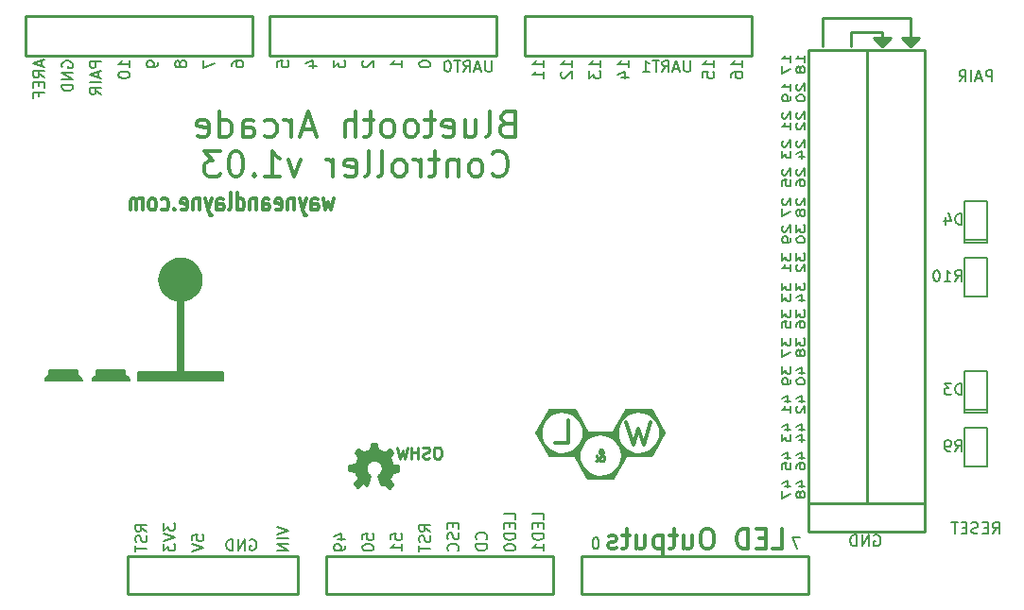
<source format=gbo>
G04 (created by PCBNEW-RS274X (2011-aug-04)-testing) date Tue 30 Aug 2011 10:21:52 AM EDT*
G01*
G70*
G90*
%MOIN*%
G04 Gerber Fmt 3.4, Leading zero omitted, Abs format*
%FSLAX34Y34*%
G04 APERTURE LIST*
%ADD10C,0.006000*%
%ADD11C,0.010000*%
%ADD12C,0.007500*%
%ADD13C,0.008000*%
%ADD14C,0.014000*%
%ADD15C,0.005000*%
%ADD16C,0.012000*%
G04 APERTURE END LIST*
G54D10*
G54D11*
X61400Y-43700D02*
X65500Y-43700D01*
G54D12*
X60571Y-42086D02*
X60771Y-42086D01*
X60457Y-41990D02*
X60671Y-41895D01*
X60671Y-42143D01*
X60471Y-42486D02*
X60471Y-42295D01*
X60614Y-42276D01*
X60600Y-42295D01*
X60586Y-42333D01*
X60586Y-42429D01*
X60600Y-42467D01*
X60614Y-42486D01*
X60643Y-42505D01*
X60714Y-42505D01*
X60743Y-42486D01*
X60757Y-42467D01*
X60771Y-42429D01*
X60771Y-42333D01*
X60757Y-42295D01*
X60743Y-42276D01*
X61066Y-42086D02*
X61266Y-42086D01*
X60952Y-41990D02*
X61166Y-41895D01*
X61166Y-42143D01*
X60966Y-42467D02*
X60966Y-42390D01*
X60981Y-42352D01*
X60995Y-42333D01*
X61038Y-42295D01*
X61095Y-42276D01*
X61209Y-42276D01*
X61238Y-42295D01*
X61252Y-42314D01*
X61266Y-42352D01*
X61266Y-42429D01*
X61252Y-42467D01*
X61238Y-42486D01*
X61209Y-42505D01*
X61138Y-42505D01*
X61109Y-42486D01*
X61095Y-42467D01*
X61081Y-42429D01*
X61081Y-42352D01*
X61095Y-42314D01*
X61109Y-42295D01*
X61138Y-42276D01*
X60571Y-43086D02*
X60771Y-43086D01*
X60457Y-42990D02*
X60671Y-42895D01*
X60671Y-43143D01*
X60471Y-43257D02*
X60471Y-43524D01*
X60771Y-43352D01*
X61066Y-43086D02*
X61266Y-43086D01*
X60952Y-42990D02*
X61166Y-42895D01*
X61166Y-43143D01*
X61095Y-43352D02*
X61081Y-43314D01*
X61066Y-43295D01*
X61038Y-43276D01*
X61024Y-43276D01*
X60995Y-43295D01*
X60981Y-43314D01*
X60966Y-43352D01*
X60966Y-43429D01*
X60981Y-43467D01*
X60995Y-43486D01*
X61024Y-43505D01*
X61038Y-43505D01*
X61066Y-43486D01*
X61081Y-43467D01*
X61095Y-43429D01*
X61095Y-43352D01*
X61109Y-43314D01*
X61124Y-43295D01*
X61152Y-43276D01*
X61209Y-43276D01*
X61238Y-43295D01*
X61252Y-43314D01*
X61266Y-43352D01*
X61266Y-43429D01*
X61252Y-43467D01*
X61238Y-43486D01*
X61209Y-43505D01*
X61152Y-43505D01*
X61124Y-43486D01*
X61109Y-43467D01*
X61095Y-43429D01*
X60571Y-41086D02*
X60771Y-41086D01*
X60457Y-40990D02*
X60671Y-40895D01*
X60671Y-41143D01*
X60471Y-41257D02*
X60471Y-41505D01*
X60586Y-41371D01*
X60586Y-41429D01*
X60600Y-41467D01*
X60614Y-41486D01*
X60643Y-41505D01*
X60714Y-41505D01*
X60743Y-41486D01*
X60757Y-41467D01*
X60771Y-41429D01*
X60771Y-41314D01*
X60757Y-41276D01*
X60743Y-41257D01*
X61066Y-41086D02*
X61266Y-41086D01*
X60952Y-40990D02*
X61166Y-40895D01*
X61166Y-41143D01*
X61066Y-41467D02*
X61266Y-41467D01*
X60952Y-41371D02*
X61166Y-41276D01*
X61166Y-41524D01*
X60500Y-32945D02*
X60486Y-32964D01*
X60471Y-33002D01*
X60471Y-33098D01*
X60486Y-33136D01*
X60500Y-33155D01*
X60529Y-33174D01*
X60557Y-33174D01*
X60600Y-33155D01*
X60771Y-32926D01*
X60771Y-33174D01*
X60471Y-33307D02*
X60471Y-33574D01*
X60771Y-33402D01*
X60995Y-32945D02*
X60981Y-32964D01*
X60966Y-33002D01*
X60966Y-33098D01*
X60981Y-33136D01*
X60995Y-33155D01*
X61024Y-33174D01*
X61052Y-33174D01*
X61095Y-33155D01*
X61266Y-32926D01*
X61266Y-33174D01*
X61095Y-33402D02*
X61081Y-33364D01*
X61066Y-33345D01*
X61038Y-33326D01*
X61024Y-33326D01*
X60995Y-33345D01*
X60981Y-33364D01*
X60966Y-33402D01*
X60966Y-33479D01*
X60981Y-33517D01*
X60995Y-33536D01*
X61024Y-33555D01*
X61038Y-33555D01*
X61066Y-33536D01*
X61081Y-33517D01*
X61095Y-33479D01*
X61095Y-33402D01*
X61109Y-33364D01*
X61124Y-33345D01*
X61152Y-33326D01*
X61209Y-33326D01*
X61238Y-33345D01*
X61252Y-33364D01*
X61266Y-33402D01*
X61266Y-33479D01*
X61252Y-33517D01*
X61238Y-33536D01*
X61209Y-33555D01*
X61152Y-33555D01*
X61124Y-33536D01*
X61109Y-33517D01*
X61095Y-33479D01*
X60500Y-33895D02*
X60486Y-33914D01*
X60471Y-33952D01*
X60471Y-34048D01*
X60486Y-34086D01*
X60500Y-34105D01*
X60529Y-34124D01*
X60557Y-34124D01*
X60600Y-34105D01*
X60771Y-33876D01*
X60771Y-34124D01*
X60771Y-34314D02*
X60771Y-34390D01*
X60757Y-34429D01*
X60743Y-34448D01*
X60700Y-34486D01*
X60643Y-34505D01*
X60529Y-34505D01*
X60500Y-34486D01*
X60486Y-34467D01*
X60471Y-34429D01*
X60471Y-34352D01*
X60486Y-34314D01*
X60500Y-34295D01*
X60529Y-34276D01*
X60600Y-34276D01*
X60629Y-34295D01*
X60643Y-34314D01*
X60657Y-34352D01*
X60657Y-34429D01*
X60643Y-34467D01*
X60629Y-34486D01*
X60600Y-34505D01*
X60966Y-33876D02*
X60966Y-34124D01*
X61081Y-33990D01*
X61081Y-34048D01*
X61095Y-34086D01*
X61109Y-34105D01*
X61138Y-34124D01*
X61209Y-34124D01*
X61238Y-34105D01*
X61252Y-34086D01*
X61266Y-34048D01*
X61266Y-33933D01*
X61252Y-33895D01*
X61238Y-33876D01*
X60966Y-34371D02*
X60966Y-34410D01*
X60981Y-34448D01*
X60995Y-34467D01*
X61024Y-34486D01*
X61081Y-34505D01*
X61152Y-34505D01*
X61209Y-34486D01*
X61238Y-34467D01*
X61252Y-34448D01*
X61266Y-34410D01*
X61266Y-34371D01*
X61252Y-34333D01*
X61238Y-34314D01*
X61209Y-34295D01*
X61152Y-34276D01*
X61081Y-34276D01*
X61024Y-34295D01*
X60995Y-34314D01*
X60981Y-34333D01*
X60966Y-34371D01*
X60471Y-35926D02*
X60471Y-36174D01*
X60586Y-36040D01*
X60586Y-36098D01*
X60600Y-36136D01*
X60614Y-36155D01*
X60643Y-36174D01*
X60714Y-36174D01*
X60743Y-36155D01*
X60757Y-36136D01*
X60771Y-36098D01*
X60771Y-35983D01*
X60757Y-35945D01*
X60743Y-35926D01*
X60471Y-36307D02*
X60471Y-36555D01*
X60586Y-36421D01*
X60586Y-36479D01*
X60600Y-36517D01*
X60614Y-36536D01*
X60643Y-36555D01*
X60714Y-36555D01*
X60743Y-36536D01*
X60757Y-36517D01*
X60771Y-36479D01*
X60771Y-36364D01*
X60757Y-36326D01*
X60743Y-36307D01*
X60966Y-35926D02*
X60966Y-36174D01*
X61081Y-36040D01*
X61081Y-36098D01*
X61095Y-36136D01*
X61109Y-36155D01*
X61138Y-36174D01*
X61209Y-36174D01*
X61238Y-36155D01*
X61252Y-36136D01*
X61266Y-36098D01*
X61266Y-35983D01*
X61252Y-35945D01*
X61238Y-35926D01*
X61066Y-36517D02*
X61266Y-36517D01*
X60952Y-36421D02*
X61166Y-36326D01*
X61166Y-36574D01*
X60471Y-37876D02*
X60471Y-38124D01*
X60586Y-37990D01*
X60586Y-38048D01*
X60600Y-38086D01*
X60614Y-38105D01*
X60643Y-38124D01*
X60714Y-38124D01*
X60743Y-38105D01*
X60757Y-38086D01*
X60771Y-38048D01*
X60771Y-37933D01*
X60757Y-37895D01*
X60743Y-37876D01*
X60471Y-38257D02*
X60471Y-38524D01*
X60771Y-38352D01*
X60966Y-37876D02*
X60966Y-38124D01*
X61081Y-37990D01*
X61081Y-38048D01*
X61095Y-38086D01*
X61109Y-38105D01*
X61138Y-38124D01*
X61209Y-38124D01*
X61238Y-38105D01*
X61252Y-38086D01*
X61266Y-38048D01*
X61266Y-37933D01*
X61252Y-37895D01*
X61238Y-37876D01*
X61095Y-38352D02*
X61081Y-38314D01*
X61066Y-38295D01*
X61038Y-38276D01*
X61024Y-38276D01*
X60995Y-38295D01*
X60981Y-38314D01*
X60966Y-38352D01*
X60966Y-38429D01*
X60981Y-38467D01*
X60995Y-38486D01*
X61024Y-38505D01*
X61038Y-38505D01*
X61066Y-38486D01*
X61081Y-38467D01*
X61095Y-38429D01*
X61095Y-38352D01*
X61109Y-38314D01*
X61124Y-38295D01*
X61152Y-38276D01*
X61209Y-38276D01*
X61238Y-38295D01*
X61252Y-38314D01*
X61266Y-38352D01*
X61266Y-38429D01*
X61252Y-38467D01*
X61238Y-38486D01*
X61209Y-38505D01*
X61152Y-38505D01*
X61124Y-38486D01*
X61109Y-38467D01*
X61095Y-38429D01*
X60471Y-36876D02*
X60471Y-37124D01*
X60586Y-36990D01*
X60586Y-37048D01*
X60600Y-37086D01*
X60614Y-37105D01*
X60643Y-37124D01*
X60714Y-37124D01*
X60743Y-37105D01*
X60757Y-37086D01*
X60771Y-37048D01*
X60771Y-36933D01*
X60757Y-36895D01*
X60743Y-36876D01*
X60471Y-37486D02*
X60471Y-37295D01*
X60614Y-37276D01*
X60600Y-37295D01*
X60586Y-37333D01*
X60586Y-37429D01*
X60600Y-37467D01*
X60614Y-37486D01*
X60643Y-37505D01*
X60714Y-37505D01*
X60743Y-37486D01*
X60757Y-37467D01*
X60771Y-37429D01*
X60771Y-37333D01*
X60757Y-37295D01*
X60743Y-37276D01*
X60966Y-36876D02*
X60966Y-37124D01*
X61081Y-36990D01*
X61081Y-37048D01*
X61095Y-37086D01*
X61109Y-37105D01*
X61138Y-37124D01*
X61209Y-37124D01*
X61238Y-37105D01*
X61252Y-37086D01*
X61266Y-37048D01*
X61266Y-36933D01*
X61252Y-36895D01*
X61238Y-36876D01*
X60966Y-37467D02*
X60966Y-37390D01*
X60981Y-37352D01*
X60995Y-37333D01*
X61038Y-37295D01*
X61095Y-37276D01*
X61209Y-37276D01*
X61238Y-37295D01*
X61252Y-37314D01*
X61266Y-37352D01*
X61266Y-37429D01*
X61252Y-37467D01*
X61238Y-37486D01*
X61209Y-37505D01*
X61138Y-37505D01*
X61109Y-37486D01*
X61095Y-37467D01*
X61081Y-37429D01*
X61081Y-37352D01*
X61095Y-37314D01*
X61109Y-37295D01*
X61138Y-37276D01*
X60471Y-34876D02*
X60471Y-35124D01*
X60586Y-34990D01*
X60586Y-35048D01*
X60600Y-35086D01*
X60614Y-35105D01*
X60643Y-35124D01*
X60714Y-35124D01*
X60743Y-35105D01*
X60757Y-35086D01*
X60771Y-35048D01*
X60771Y-34933D01*
X60757Y-34895D01*
X60743Y-34876D01*
X60771Y-35505D02*
X60771Y-35276D01*
X60771Y-35390D02*
X60471Y-35390D01*
X60514Y-35352D01*
X60543Y-35314D01*
X60557Y-35276D01*
X60966Y-34876D02*
X60966Y-35124D01*
X61081Y-34990D01*
X61081Y-35048D01*
X61095Y-35086D01*
X61109Y-35105D01*
X61138Y-35124D01*
X61209Y-35124D01*
X61238Y-35105D01*
X61252Y-35086D01*
X61266Y-35048D01*
X61266Y-34933D01*
X61252Y-34895D01*
X61238Y-34876D01*
X60995Y-35276D02*
X60981Y-35295D01*
X60966Y-35333D01*
X60966Y-35429D01*
X60981Y-35467D01*
X60995Y-35486D01*
X61024Y-35505D01*
X61052Y-35505D01*
X61095Y-35486D01*
X61266Y-35257D01*
X61266Y-35505D01*
X60571Y-40086D02*
X60771Y-40086D01*
X60457Y-39990D02*
X60671Y-39895D01*
X60671Y-40143D01*
X60771Y-40505D02*
X60771Y-40276D01*
X60771Y-40390D02*
X60471Y-40390D01*
X60514Y-40352D01*
X60543Y-40314D01*
X60557Y-40276D01*
X61066Y-40086D02*
X61266Y-40086D01*
X60952Y-39990D02*
X61166Y-39895D01*
X61166Y-40143D01*
X60995Y-40276D02*
X60981Y-40295D01*
X60966Y-40333D01*
X60966Y-40429D01*
X60981Y-40467D01*
X60995Y-40486D01*
X61024Y-40505D01*
X61052Y-40505D01*
X61095Y-40486D01*
X61266Y-40257D01*
X61266Y-40505D01*
X60471Y-38876D02*
X60471Y-39124D01*
X60586Y-38990D01*
X60586Y-39048D01*
X60600Y-39086D01*
X60614Y-39105D01*
X60643Y-39124D01*
X60714Y-39124D01*
X60743Y-39105D01*
X60757Y-39086D01*
X60771Y-39048D01*
X60771Y-38933D01*
X60757Y-38895D01*
X60743Y-38876D01*
X60771Y-39314D02*
X60771Y-39390D01*
X60757Y-39429D01*
X60743Y-39448D01*
X60700Y-39486D01*
X60643Y-39505D01*
X60529Y-39505D01*
X60500Y-39486D01*
X60486Y-39467D01*
X60471Y-39429D01*
X60471Y-39352D01*
X60486Y-39314D01*
X60500Y-39295D01*
X60529Y-39276D01*
X60600Y-39276D01*
X60629Y-39295D01*
X60643Y-39314D01*
X60657Y-39352D01*
X60657Y-39429D01*
X60643Y-39467D01*
X60629Y-39486D01*
X60600Y-39505D01*
X61066Y-39086D02*
X61266Y-39086D01*
X60952Y-38990D02*
X61166Y-38895D01*
X61166Y-39143D01*
X60966Y-39371D02*
X60966Y-39410D01*
X60981Y-39448D01*
X60995Y-39467D01*
X61024Y-39486D01*
X61081Y-39505D01*
X61152Y-39505D01*
X61209Y-39486D01*
X61238Y-39467D01*
X61252Y-39448D01*
X61266Y-39410D01*
X61266Y-39371D01*
X61252Y-39333D01*
X61238Y-39314D01*
X61209Y-39295D01*
X61152Y-39276D01*
X61081Y-39276D01*
X61024Y-39295D01*
X60995Y-39314D01*
X60981Y-39333D01*
X60966Y-39371D01*
X60500Y-31895D02*
X60486Y-31914D01*
X60471Y-31952D01*
X60471Y-32048D01*
X60486Y-32086D01*
X60500Y-32105D01*
X60529Y-32124D01*
X60557Y-32124D01*
X60600Y-32105D01*
X60771Y-31876D01*
X60771Y-32124D01*
X60471Y-32486D02*
X60471Y-32295D01*
X60614Y-32276D01*
X60600Y-32295D01*
X60586Y-32333D01*
X60586Y-32429D01*
X60600Y-32467D01*
X60614Y-32486D01*
X60643Y-32505D01*
X60714Y-32505D01*
X60743Y-32486D01*
X60757Y-32467D01*
X60771Y-32429D01*
X60771Y-32333D01*
X60757Y-32295D01*
X60743Y-32276D01*
X60995Y-31895D02*
X60981Y-31914D01*
X60966Y-31952D01*
X60966Y-32048D01*
X60981Y-32086D01*
X60995Y-32105D01*
X61024Y-32124D01*
X61052Y-32124D01*
X61095Y-32105D01*
X61266Y-31876D01*
X61266Y-32124D01*
X60966Y-32467D02*
X60966Y-32390D01*
X60981Y-32352D01*
X60995Y-32333D01*
X61038Y-32295D01*
X61095Y-32276D01*
X61209Y-32276D01*
X61238Y-32295D01*
X61252Y-32314D01*
X61266Y-32352D01*
X61266Y-32429D01*
X61252Y-32467D01*
X61238Y-32486D01*
X61209Y-32505D01*
X61138Y-32505D01*
X61109Y-32486D01*
X61095Y-32467D01*
X61081Y-32429D01*
X61081Y-32352D01*
X61095Y-32314D01*
X61109Y-32295D01*
X61138Y-32276D01*
X60771Y-28124D02*
X60771Y-27895D01*
X60771Y-28009D02*
X60471Y-28009D01*
X60514Y-27971D01*
X60543Y-27933D01*
X60557Y-27895D01*
X60471Y-28257D02*
X60471Y-28524D01*
X60771Y-28352D01*
X61266Y-28124D02*
X61266Y-27895D01*
X61266Y-28009D02*
X60966Y-28009D01*
X61009Y-27971D01*
X61038Y-27933D01*
X61052Y-27895D01*
X61095Y-28352D02*
X61081Y-28314D01*
X61066Y-28295D01*
X61038Y-28276D01*
X61024Y-28276D01*
X60995Y-28295D01*
X60981Y-28314D01*
X60966Y-28352D01*
X60966Y-28429D01*
X60981Y-28467D01*
X60995Y-28486D01*
X61024Y-28505D01*
X61038Y-28505D01*
X61066Y-28486D01*
X61081Y-28467D01*
X61095Y-28429D01*
X61095Y-28352D01*
X61109Y-28314D01*
X61124Y-28295D01*
X61152Y-28276D01*
X61209Y-28276D01*
X61238Y-28295D01*
X61252Y-28314D01*
X61266Y-28352D01*
X61266Y-28429D01*
X61252Y-28467D01*
X61238Y-28486D01*
X61209Y-28505D01*
X61152Y-28505D01*
X61124Y-28486D01*
X61109Y-28467D01*
X61095Y-28429D01*
X60771Y-29124D02*
X60771Y-28895D01*
X60771Y-29009D02*
X60471Y-29009D01*
X60514Y-28971D01*
X60543Y-28933D01*
X60557Y-28895D01*
X60771Y-29314D02*
X60771Y-29390D01*
X60757Y-29429D01*
X60743Y-29448D01*
X60700Y-29486D01*
X60643Y-29505D01*
X60529Y-29505D01*
X60500Y-29486D01*
X60486Y-29467D01*
X60471Y-29429D01*
X60471Y-29352D01*
X60486Y-29314D01*
X60500Y-29295D01*
X60529Y-29276D01*
X60600Y-29276D01*
X60629Y-29295D01*
X60643Y-29314D01*
X60657Y-29352D01*
X60657Y-29429D01*
X60643Y-29467D01*
X60629Y-29486D01*
X60600Y-29505D01*
X60995Y-28895D02*
X60981Y-28914D01*
X60966Y-28952D01*
X60966Y-29048D01*
X60981Y-29086D01*
X60995Y-29105D01*
X61024Y-29124D01*
X61052Y-29124D01*
X61095Y-29105D01*
X61266Y-28876D01*
X61266Y-29124D01*
X60966Y-29371D02*
X60966Y-29410D01*
X60981Y-29448D01*
X60995Y-29467D01*
X61024Y-29486D01*
X61081Y-29505D01*
X61152Y-29505D01*
X61209Y-29486D01*
X61238Y-29467D01*
X61252Y-29448D01*
X61266Y-29410D01*
X61266Y-29371D01*
X61252Y-29333D01*
X61238Y-29314D01*
X61209Y-29295D01*
X61152Y-29276D01*
X61081Y-29276D01*
X61024Y-29295D01*
X60995Y-29314D01*
X60981Y-29333D01*
X60966Y-29371D01*
X60500Y-30895D02*
X60486Y-30914D01*
X60471Y-30952D01*
X60471Y-31048D01*
X60486Y-31086D01*
X60500Y-31105D01*
X60529Y-31124D01*
X60557Y-31124D01*
X60600Y-31105D01*
X60771Y-30876D01*
X60771Y-31124D01*
X60471Y-31257D02*
X60471Y-31505D01*
X60586Y-31371D01*
X60586Y-31429D01*
X60600Y-31467D01*
X60614Y-31486D01*
X60643Y-31505D01*
X60714Y-31505D01*
X60743Y-31486D01*
X60757Y-31467D01*
X60771Y-31429D01*
X60771Y-31314D01*
X60757Y-31276D01*
X60743Y-31257D01*
X60995Y-30895D02*
X60981Y-30914D01*
X60966Y-30952D01*
X60966Y-31048D01*
X60981Y-31086D01*
X60995Y-31105D01*
X61024Y-31124D01*
X61052Y-31124D01*
X61095Y-31105D01*
X61266Y-30876D01*
X61266Y-31124D01*
X61066Y-31467D02*
X61266Y-31467D01*
X60952Y-31371D02*
X61166Y-31276D01*
X61166Y-31524D01*
X60500Y-29895D02*
X60486Y-29914D01*
X60471Y-29952D01*
X60471Y-30048D01*
X60486Y-30086D01*
X60500Y-30105D01*
X60529Y-30124D01*
X60557Y-30124D01*
X60600Y-30105D01*
X60771Y-29876D01*
X60771Y-30124D01*
X60771Y-30505D02*
X60771Y-30276D01*
X60771Y-30390D02*
X60471Y-30390D01*
X60514Y-30352D01*
X60543Y-30314D01*
X60557Y-30276D01*
X60995Y-29895D02*
X60981Y-29914D01*
X60966Y-29952D01*
X60966Y-30048D01*
X60981Y-30086D01*
X60995Y-30105D01*
X61024Y-30124D01*
X61052Y-30124D01*
X61095Y-30105D01*
X61266Y-29876D01*
X61266Y-30124D01*
X60995Y-30276D02*
X60981Y-30295D01*
X60966Y-30333D01*
X60966Y-30429D01*
X60981Y-30467D01*
X60995Y-30486D01*
X61024Y-30505D01*
X61052Y-30505D01*
X61095Y-30486D01*
X61266Y-30257D01*
X61266Y-30505D01*
X60500Y-31895D02*
X60486Y-31914D01*
X60471Y-31952D01*
X60471Y-32048D01*
X60486Y-32086D01*
X60500Y-32105D01*
X60529Y-32124D01*
X60557Y-32124D01*
X60600Y-32105D01*
X60771Y-31876D01*
X60771Y-32124D01*
X60471Y-32486D02*
X60471Y-32295D01*
X60614Y-32276D01*
X60600Y-32295D01*
X60586Y-32333D01*
X60586Y-32429D01*
X60600Y-32467D01*
X60614Y-32486D01*
X60643Y-32505D01*
X60714Y-32505D01*
X60743Y-32486D01*
X60757Y-32467D01*
X60771Y-32429D01*
X60771Y-32333D01*
X60757Y-32295D01*
X60743Y-32276D01*
X60995Y-31895D02*
X60981Y-31914D01*
X60966Y-31952D01*
X60966Y-32048D01*
X60981Y-32086D01*
X60995Y-32105D01*
X61024Y-32124D01*
X61052Y-32124D01*
X61095Y-32105D01*
X61266Y-31876D01*
X61266Y-32124D01*
X60966Y-32467D02*
X60966Y-32390D01*
X60981Y-32352D01*
X60995Y-32333D01*
X61038Y-32295D01*
X61095Y-32276D01*
X61209Y-32276D01*
X61238Y-32295D01*
X61252Y-32314D01*
X61266Y-32352D01*
X61266Y-32429D01*
X61252Y-32467D01*
X61238Y-32486D01*
X61209Y-32505D01*
X61138Y-32505D01*
X61109Y-32486D01*
X61095Y-32467D01*
X61081Y-32429D01*
X61081Y-32352D01*
X61095Y-32314D01*
X61109Y-32295D01*
X61138Y-32276D01*
G54D13*
X52062Y-44269D02*
X52062Y-44078D01*
X51662Y-44078D01*
X51852Y-44402D02*
X51852Y-44536D01*
X52062Y-44593D02*
X52062Y-44402D01*
X51662Y-44402D01*
X51662Y-44593D01*
X52062Y-44764D02*
X51662Y-44764D01*
X51662Y-44859D01*
X51681Y-44917D01*
X51719Y-44955D01*
X51757Y-44974D01*
X51833Y-44993D01*
X51890Y-44993D01*
X51967Y-44974D01*
X52005Y-44955D01*
X52043Y-44917D01*
X52062Y-44859D01*
X52062Y-44764D01*
X52062Y-45374D02*
X52062Y-45145D01*
X52062Y-45259D02*
X51662Y-45259D01*
X51719Y-45221D01*
X51757Y-45183D01*
X51776Y-45145D01*
X61074Y-44912D02*
X60807Y-44912D01*
X60979Y-45312D01*
X53910Y-44912D02*
X53871Y-44912D01*
X53833Y-44931D01*
X53814Y-44950D01*
X53795Y-44988D01*
X53776Y-45064D01*
X53776Y-45160D01*
X53795Y-45236D01*
X53814Y-45274D01*
X53833Y-45293D01*
X53871Y-45312D01*
X53910Y-45312D01*
X53948Y-45293D01*
X53967Y-45274D01*
X53986Y-45236D01*
X54005Y-45160D01*
X54005Y-45064D01*
X53986Y-44988D01*
X53967Y-44950D01*
X53948Y-44931D01*
X53910Y-44912D01*
X34348Y-28076D02*
X34348Y-28267D01*
X34462Y-28038D02*
X34062Y-28171D01*
X34462Y-28305D01*
X34462Y-28667D02*
X34271Y-28533D01*
X34462Y-28438D02*
X34062Y-28438D01*
X34062Y-28591D01*
X34081Y-28629D01*
X34100Y-28648D01*
X34138Y-28667D01*
X34195Y-28667D01*
X34233Y-28648D01*
X34252Y-28629D01*
X34271Y-28591D01*
X34271Y-28438D01*
X34252Y-28838D02*
X34252Y-28972D01*
X34462Y-29029D02*
X34462Y-28838D01*
X34062Y-28838D01*
X34062Y-29029D01*
X34252Y-29334D02*
X34252Y-29200D01*
X34462Y-29200D02*
X34062Y-29200D01*
X34062Y-29391D01*
X35081Y-28305D02*
X35062Y-28267D01*
X35062Y-28210D01*
X35081Y-28152D01*
X35119Y-28114D01*
X35157Y-28095D01*
X35233Y-28076D01*
X35290Y-28076D01*
X35367Y-28095D01*
X35405Y-28114D01*
X35443Y-28152D01*
X35462Y-28210D01*
X35462Y-28248D01*
X35443Y-28305D01*
X35424Y-28324D01*
X35290Y-28324D01*
X35290Y-28248D01*
X35462Y-28495D02*
X35062Y-28495D01*
X35462Y-28724D01*
X35062Y-28724D01*
X35462Y-28914D02*
X35062Y-28914D01*
X35062Y-29009D01*
X35081Y-29067D01*
X35119Y-29105D01*
X35157Y-29124D01*
X35233Y-29143D01*
X35290Y-29143D01*
X35367Y-29124D01*
X35405Y-29105D01*
X35443Y-29067D01*
X35462Y-29009D01*
X35462Y-28914D01*
X36462Y-28095D02*
X36062Y-28095D01*
X36062Y-28248D01*
X36081Y-28286D01*
X36100Y-28305D01*
X36138Y-28324D01*
X36195Y-28324D01*
X36233Y-28305D01*
X36252Y-28286D01*
X36271Y-28248D01*
X36271Y-28095D01*
X36348Y-28476D02*
X36348Y-28667D01*
X36462Y-28438D02*
X36062Y-28571D01*
X36462Y-28705D01*
X36462Y-28838D02*
X36062Y-28838D01*
X36462Y-29257D02*
X36271Y-29123D01*
X36462Y-29028D02*
X36062Y-29028D01*
X36062Y-29181D01*
X36081Y-29219D01*
X36100Y-29238D01*
X36138Y-29257D01*
X36195Y-29257D01*
X36233Y-29238D01*
X36252Y-29219D01*
X36271Y-29181D01*
X36271Y-29028D01*
X39233Y-28152D02*
X39214Y-28114D01*
X39195Y-28095D01*
X39157Y-28076D01*
X39138Y-28076D01*
X39100Y-28095D01*
X39081Y-28114D01*
X39062Y-28152D01*
X39062Y-28229D01*
X39081Y-28267D01*
X39100Y-28286D01*
X39138Y-28305D01*
X39157Y-28305D01*
X39195Y-28286D01*
X39214Y-28267D01*
X39233Y-28229D01*
X39233Y-28152D01*
X39252Y-28114D01*
X39271Y-28095D01*
X39310Y-28076D01*
X39386Y-28076D01*
X39424Y-28095D01*
X39443Y-28114D01*
X39462Y-28152D01*
X39462Y-28229D01*
X39443Y-28267D01*
X39424Y-28286D01*
X39386Y-28305D01*
X39310Y-28305D01*
X39271Y-28286D01*
X39252Y-28267D01*
X39233Y-28229D01*
X38462Y-28114D02*
X38462Y-28190D01*
X38443Y-28229D01*
X38424Y-28248D01*
X38367Y-28286D01*
X38290Y-28305D01*
X38138Y-28305D01*
X38100Y-28286D01*
X38081Y-28267D01*
X38062Y-28229D01*
X38062Y-28152D01*
X38081Y-28114D01*
X38100Y-28095D01*
X38138Y-28076D01*
X38233Y-28076D01*
X38271Y-28095D01*
X38290Y-28114D01*
X38310Y-28152D01*
X38310Y-28229D01*
X38290Y-28267D01*
X38271Y-28286D01*
X38233Y-28305D01*
X37462Y-28305D02*
X37462Y-28076D01*
X37462Y-28190D02*
X37062Y-28190D01*
X37119Y-28152D01*
X37157Y-28114D01*
X37176Y-28076D01*
X37062Y-28552D02*
X37062Y-28591D01*
X37081Y-28629D01*
X37100Y-28648D01*
X37138Y-28667D01*
X37214Y-28686D01*
X37310Y-28686D01*
X37386Y-28667D01*
X37424Y-28648D01*
X37443Y-28629D01*
X37462Y-28591D01*
X37462Y-28552D01*
X37443Y-28514D01*
X37424Y-28495D01*
X37386Y-28476D01*
X37310Y-28457D01*
X37214Y-28457D01*
X37138Y-28476D01*
X37100Y-28495D01*
X37081Y-28514D01*
X37062Y-28552D01*
X40062Y-28057D02*
X40062Y-28324D01*
X40462Y-28152D01*
X41062Y-28267D02*
X41062Y-28190D01*
X41081Y-28152D01*
X41100Y-28133D01*
X41157Y-28095D01*
X41233Y-28076D01*
X41386Y-28076D01*
X41424Y-28095D01*
X41443Y-28114D01*
X41462Y-28152D01*
X41462Y-28229D01*
X41443Y-28267D01*
X41424Y-28286D01*
X41386Y-28305D01*
X41290Y-28305D01*
X41252Y-28286D01*
X41233Y-28267D01*
X41214Y-28229D01*
X41214Y-28152D01*
X41233Y-28114D01*
X41252Y-28095D01*
X41290Y-28076D01*
X50229Y-28062D02*
X50229Y-28386D01*
X50210Y-28424D01*
X50191Y-28443D01*
X50153Y-28462D01*
X50076Y-28462D01*
X50038Y-28443D01*
X50019Y-28424D01*
X50000Y-28386D01*
X50000Y-28062D01*
X49829Y-28348D02*
X49638Y-28348D01*
X49867Y-28462D02*
X49734Y-28062D01*
X49600Y-28462D01*
X49238Y-28462D02*
X49372Y-28271D01*
X49467Y-28462D02*
X49467Y-28062D01*
X49314Y-28062D01*
X49276Y-28081D01*
X49257Y-28100D01*
X49238Y-28138D01*
X49238Y-28195D01*
X49257Y-28233D01*
X49276Y-28252D01*
X49314Y-28271D01*
X49467Y-28271D01*
X49124Y-28062D02*
X48895Y-28062D01*
X49010Y-28462D02*
X49010Y-28062D01*
X48686Y-28062D02*
X48647Y-28062D01*
X48609Y-28081D01*
X48590Y-28100D01*
X48571Y-28138D01*
X48552Y-28214D01*
X48552Y-28310D01*
X48571Y-28386D01*
X48590Y-28424D01*
X48609Y-28443D01*
X48647Y-28462D01*
X48686Y-28462D01*
X48724Y-28443D01*
X48743Y-28424D01*
X48762Y-28386D01*
X48781Y-28310D01*
X48781Y-28214D01*
X48762Y-28138D01*
X48743Y-28100D01*
X48724Y-28081D01*
X48686Y-28062D01*
X47662Y-28171D02*
X47662Y-28210D01*
X47681Y-28248D01*
X47700Y-28267D01*
X47738Y-28286D01*
X47814Y-28305D01*
X47910Y-28305D01*
X47986Y-28286D01*
X48024Y-28267D01*
X48043Y-28248D01*
X48062Y-28210D01*
X48062Y-28171D01*
X48043Y-28133D01*
X48024Y-28114D01*
X47986Y-28095D01*
X47910Y-28076D01*
X47814Y-28076D01*
X47738Y-28095D01*
X47700Y-28114D01*
X47681Y-28133D01*
X47662Y-28171D01*
X47062Y-28305D02*
X47062Y-28076D01*
X47062Y-28190D02*
X46662Y-28190D01*
X46719Y-28152D01*
X46757Y-28114D01*
X46776Y-28076D01*
X44662Y-28057D02*
X44662Y-28305D01*
X44814Y-28171D01*
X44814Y-28229D01*
X44833Y-28267D01*
X44852Y-28286D01*
X44890Y-28305D01*
X44986Y-28305D01*
X45024Y-28286D01*
X45043Y-28267D01*
X45062Y-28229D01*
X45062Y-28114D01*
X45043Y-28076D01*
X45024Y-28057D01*
X45700Y-28076D02*
X45681Y-28095D01*
X45662Y-28133D01*
X45662Y-28229D01*
X45681Y-28267D01*
X45700Y-28286D01*
X45738Y-28305D01*
X45776Y-28305D01*
X45833Y-28286D01*
X46062Y-28057D01*
X46062Y-28305D01*
X42662Y-28286D02*
X42662Y-28095D01*
X42852Y-28076D01*
X42833Y-28095D01*
X42814Y-28133D01*
X42814Y-28229D01*
X42833Y-28267D01*
X42852Y-28286D01*
X42890Y-28305D01*
X42986Y-28305D01*
X43024Y-28286D01*
X43043Y-28267D01*
X43062Y-28229D01*
X43062Y-28133D01*
X43043Y-28095D01*
X43024Y-28076D01*
X57229Y-28062D02*
X57229Y-28386D01*
X57210Y-28424D01*
X57191Y-28443D01*
X57153Y-28462D01*
X57076Y-28462D01*
X57038Y-28443D01*
X57019Y-28424D01*
X57000Y-28386D01*
X57000Y-28062D01*
X56829Y-28348D02*
X56638Y-28348D01*
X56867Y-28462D02*
X56734Y-28062D01*
X56600Y-28462D01*
X56238Y-28462D02*
X56372Y-28271D01*
X56467Y-28462D02*
X56467Y-28062D01*
X56314Y-28062D01*
X56276Y-28081D01*
X56257Y-28100D01*
X56238Y-28138D01*
X56238Y-28195D01*
X56257Y-28233D01*
X56276Y-28252D01*
X56314Y-28271D01*
X56467Y-28271D01*
X56124Y-28062D02*
X55895Y-28062D01*
X56010Y-28462D02*
X56010Y-28062D01*
X55552Y-28462D02*
X55781Y-28462D01*
X55667Y-28462D02*
X55667Y-28062D01*
X55705Y-28119D01*
X55743Y-28157D01*
X55781Y-28176D01*
X52062Y-28305D02*
X52062Y-28076D01*
X52062Y-28190D02*
X51662Y-28190D01*
X51719Y-28152D01*
X51757Y-28114D01*
X51776Y-28076D01*
X52062Y-28686D02*
X52062Y-28457D01*
X52062Y-28571D02*
X51662Y-28571D01*
X51719Y-28533D01*
X51757Y-28495D01*
X51776Y-28457D01*
X55062Y-28305D02*
X55062Y-28076D01*
X55062Y-28190D02*
X54662Y-28190D01*
X54719Y-28152D01*
X54757Y-28114D01*
X54776Y-28076D01*
X54795Y-28648D02*
X55062Y-28648D01*
X54643Y-28552D02*
X54929Y-28457D01*
X54929Y-28705D01*
X54062Y-28305D02*
X54062Y-28076D01*
X54062Y-28190D02*
X53662Y-28190D01*
X53719Y-28152D01*
X53757Y-28114D01*
X53776Y-28076D01*
X53662Y-28438D02*
X53662Y-28686D01*
X53814Y-28552D01*
X53814Y-28610D01*
X53833Y-28648D01*
X53852Y-28667D01*
X53890Y-28686D01*
X53986Y-28686D01*
X54024Y-28667D01*
X54043Y-28648D01*
X54062Y-28610D01*
X54062Y-28495D01*
X54043Y-28457D01*
X54024Y-28438D01*
X53062Y-28305D02*
X53062Y-28076D01*
X53062Y-28190D02*
X52662Y-28190D01*
X52719Y-28152D01*
X52757Y-28114D01*
X52776Y-28076D01*
X52700Y-28457D02*
X52681Y-28476D01*
X52662Y-28514D01*
X52662Y-28610D01*
X52681Y-28648D01*
X52700Y-28667D01*
X52738Y-28686D01*
X52776Y-28686D01*
X52833Y-28667D01*
X53062Y-28438D01*
X53062Y-28686D01*
X58062Y-28305D02*
X58062Y-28076D01*
X58062Y-28190D02*
X57662Y-28190D01*
X57719Y-28152D01*
X57757Y-28114D01*
X57776Y-28076D01*
X57662Y-28667D02*
X57662Y-28476D01*
X57852Y-28457D01*
X57833Y-28476D01*
X57814Y-28514D01*
X57814Y-28610D01*
X57833Y-28648D01*
X57852Y-28667D01*
X57890Y-28686D01*
X57986Y-28686D01*
X58024Y-28667D01*
X58043Y-28648D01*
X58062Y-28610D01*
X58062Y-28514D01*
X58043Y-28476D01*
X58024Y-28457D01*
X59062Y-28305D02*
X59062Y-28076D01*
X59062Y-28190D02*
X58662Y-28190D01*
X58719Y-28152D01*
X58757Y-28114D01*
X58776Y-28076D01*
X58662Y-28648D02*
X58662Y-28571D01*
X58681Y-28533D01*
X58700Y-28514D01*
X58757Y-28476D01*
X58833Y-28457D01*
X58986Y-28457D01*
X59024Y-28476D01*
X59043Y-28495D01*
X59062Y-28533D01*
X59062Y-28610D01*
X59043Y-28648D01*
X59024Y-28667D01*
X58986Y-28686D01*
X58890Y-28686D01*
X58852Y-28667D01*
X58833Y-28648D01*
X58814Y-28610D01*
X58814Y-28533D01*
X58833Y-28495D01*
X58852Y-28476D01*
X58890Y-28457D01*
X63704Y-44831D02*
X63742Y-44812D01*
X63799Y-44812D01*
X63857Y-44831D01*
X63895Y-44869D01*
X63914Y-44907D01*
X63933Y-44983D01*
X63933Y-45040D01*
X63914Y-45117D01*
X63895Y-45155D01*
X63857Y-45193D01*
X63799Y-45212D01*
X63761Y-45212D01*
X63704Y-45193D01*
X63685Y-45174D01*
X63685Y-45040D01*
X63761Y-45040D01*
X63514Y-45212D02*
X63514Y-44812D01*
X63285Y-45212D01*
X63285Y-44812D01*
X63095Y-45212D02*
X63095Y-44812D01*
X63000Y-44812D01*
X62942Y-44831D01*
X62904Y-44869D01*
X62885Y-44907D01*
X62866Y-44983D01*
X62866Y-45040D01*
X62885Y-45117D01*
X62904Y-45155D01*
X62942Y-45193D01*
X63000Y-45212D01*
X63095Y-45212D01*
X51062Y-44269D02*
X51062Y-44078D01*
X50662Y-44078D01*
X50852Y-44402D02*
X50852Y-44536D01*
X51062Y-44593D02*
X51062Y-44402D01*
X50662Y-44402D01*
X50662Y-44593D01*
X51062Y-44764D02*
X50662Y-44764D01*
X50662Y-44859D01*
X50681Y-44917D01*
X50719Y-44955D01*
X50757Y-44974D01*
X50833Y-44993D01*
X50890Y-44993D01*
X50967Y-44974D01*
X51005Y-44955D01*
X51043Y-44917D01*
X51062Y-44859D01*
X51062Y-44764D01*
X50662Y-45240D02*
X50662Y-45279D01*
X50681Y-45317D01*
X50700Y-45336D01*
X50738Y-45355D01*
X50814Y-45374D01*
X50910Y-45374D01*
X50986Y-45355D01*
X51024Y-45336D01*
X51043Y-45317D01*
X51062Y-45279D01*
X51062Y-45240D01*
X51043Y-45202D01*
X51024Y-45183D01*
X50986Y-45164D01*
X50910Y-45145D01*
X50814Y-45145D01*
X50738Y-45164D01*
X50700Y-45183D01*
X50681Y-45202D01*
X50662Y-45240D01*
X50024Y-44974D02*
X50043Y-44955D01*
X50062Y-44898D01*
X50062Y-44860D01*
X50043Y-44802D01*
X50005Y-44764D01*
X49967Y-44745D01*
X49890Y-44726D01*
X49833Y-44726D01*
X49757Y-44745D01*
X49719Y-44764D01*
X49681Y-44802D01*
X49662Y-44860D01*
X49662Y-44898D01*
X49681Y-44955D01*
X49700Y-44974D01*
X50062Y-45145D02*
X49662Y-45145D01*
X49662Y-45240D01*
X49681Y-45298D01*
X49719Y-45336D01*
X49757Y-45355D01*
X49833Y-45374D01*
X49890Y-45374D01*
X49967Y-45355D01*
X50005Y-45336D01*
X50043Y-45298D01*
X50062Y-45240D01*
X50062Y-45145D01*
X48852Y-44402D02*
X48852Y-44536D01*
X49062Y-44593D02*
X49062Y-44402D01*
X48662Y-44402D01*
X48662Y-44593D01*
X49043Y-44745D02*
X49062Y-44802D01*
X49062Y-44898D01*
X49043Y-44936D01*
X49024Y-44955D01*
X48986Y-44974D01*
X48948Y-44974D01*
X48910Y-44955D01*
X48890Y-44936D01*
X48871Y-44898D01*
X48852Y-44821D01*
X48833Y-44783D01*
X48814Y-44764D01*
X48776Y-44745D01*
X48738Y-44745D01*
X48700Y-44764D01*
X48681Y-44783D01*
X48662Y-44821D01*
X48662Y-44917D01*
X48681Y-44974D01*
X49024Y-45374D02*
X49043Y-45355D01*
X49062Y-45298D01*
X49062Y-45260D01*
X49043Y-45202D01*
X49005Y-45164D01*
X48967Y-45145D01*
X48890Y-45126D01*
X48833Y-45126D01*
X48757Y-45145D01*
X48719Y-45164D01*
X48681Y-45202D01*
X48662Y-45260D01*
X48662Y-45298D01*
X48681Y-45355D01*
X48700Y-45374D01*
X48062Y-44688D02*
X47871Y-44554D01*
X48062Y-44459D02*
X47662Y-44459D01*
X47662Y-44612D01*
X47681Y-44650D01*
X47700Y-44669D01*
X47738Y-44688D01*
X47795Y-44688D01*
X47833Y-44669D01*
X47852Y-44650D01*
X47871Y-44612D01*
X47871Y-44459D01*
X48043Y-44840D02*
X48062Y-44897D01*
X48062Y-44993D01*
X48043Y-45031D01*
X48024Y-45050D01*
X47986Y-45069D01*
X47948Y-45069D01*
X47910Y-45050D01*
X47890Y-45031D01*
X47871Y-44993D01*
X47852Y-44916D01*
X47833Y-44878D01*
X47814Y-44859D01*
X47776Y-44840D01*
X47738Y-44840D01*
X47700Y-44859D01*
X47681Y-44878D01*
X47662Y-44916D01*
X47662Y-45012D01*
X47681Y-45069D01*
X47662Y-45183D02*
X47662Y-45412D01*
X48062Y-45297D02*
X47662Y-45297D01*
X44795Y-44955D02*
X45062Y-44955D01*
X44643Y-44859D02*
X44929Y-44764D01*
X44929Y-45012D01*
X45062Y-45183D02*
X45062Y-45259D01*
X45043Y-45298D01*
X45024Y-45317D01*
X44967Y-45355D01*
X44890Y-45374D01*
X44738Y-45374D01*
X44700Y-45355D01*
X44681Y-45336D01*
X44662Y-45298D01*
X44662Y-45221D01*
X44681Y-45183D01*
X44700Y-45164D01*
X44738Y-45145D01*
X44833Y-45145D01*
X44871Y-45164D01*
X44890Y-45183D01*
X44910Y-45221D01*
X44910Y-45298D01*
X44890Y-45336D01*
X44871Y-45355D01*
X44833Y-45374D01*
X45662Y-44974D02*
X45662Y-44783D01*
X45852Y-44764D01*
X45833Y-44783D01*
X45814Y-44821D01*
X45814Y-44917D01*
X45833Y-44955D01*
X45852Y-44974D01*
X45890Y-44993D01*
X45986Y-44993D01*
X46024Y-44974D01*
X46043Y-44955D01*
X46062Y-44917D01*
X46062Y-44821D01*
X46043Y-44783D01*
X46024Y-44764D01*
X45662Y-45240D02*
X45662Y-45279D01*
X45681Y-45317D01*
X45700Y-45336D01*
X45738Y-45355D01*
X45814Y-45374D01*
X45910Y-45374D01*
X45986Y-45355D01*
X46024Y-45336D01*
X46043Y-45317D01*
X46062Y-45279D01*
X46062Y-45240D01*
X46043Y-45202D01*
X46024Y-45183D01*
X45986Y-45164D01*
X45910Y-45145D01*
X45814Y-45145D01*
X45738Y-45164D01*
X45700Y-45183D01*
X45681Y-45202D01*
X45662Y-45240D01*
X46662Y-44974D02*
X46662Y-44783D01*
X46852Y-44764D01*
X46833Y-44783D01*
X46814Y-44821D01*
X46814Y-44917D01*
X46833Y-44955D01*
X46852Y-44974D01*
X46890Y-44993D01*
X46986Y-44993D01*
X47024Y-44974D01*
X47043Y-44955D01*
X47062Y-44917D01*
X47062Y-44821D01*
X47043Y-44783D01*
X47024Y-44764D01*
X47062Y-45374D02*
X47062Y-45145D01*
X47062Y-45259D02*
X46662Y-45259D01*
X46719Y-45221D01*
X46757Y-45183D01*
X46776Y-45145D01*
X38062Y-44688D02*
X37871Y-44554D01*
X38062Y-44459D02*
X37662Y-44459D01*
X37662Y-44612D01*
X37681Y-44650D01*
X37700Y-44669D01*
X37738Y-44688D01*
X37795Y-44688D01*
X37833Y-44669D01*
X37852Y-44650D01*
X37871Y-44612D01*
X37871Y-44459D01*
X38043Y-44840D02*
X38062Y-44897D01*
X38062Y-44993D01*
X38043Y-45031D01*
X38024Y-45050D01*
X37986Y-45069D01*
X37948Y-45069D01*
X37910Y-45050D01*
X37890Y-45031D01*
X37871Y-44993D01*
X37852Y-44916D01*
X37833Y-44878D01*
X37814Y-44859D01*
X37776Y-44840D01*
X37738Y-44840D01*
X37700Y-44859D01*
X37681Y-44878D01*
X37662Y-44916D01*
X37662Y-45012D01*
X37681Y-45069D01*
X37662Y-45183D02*
X37662Y-45412D01*
X38062Y-45297D02*
X37662Y-45297D01*
X38662Y-44402D02*
X38662Y-44650D01*
X38814Y-44516D01*
X38814Y-44574D01*
X38833Y-44612D01*
X38852Y-44631D01*
X38890Y-44650D01*
X38986Y-44650D01*
X39024Y-44631D01*
X39043Y-44612D01*
X39062Y-44574D01*
X39062Y-44459D01*
X39043Y-44421D01*
X39024Y-44402D01*
X38662Y-44764D02*
X39062Y-44897D01*
X38662Y-45031D01*
X38662Y-45126D02*
X38662Y-45374D01*
X38814Y-45240D01*
X38814Y-45298D01*
X38833Y-45336D01*
X38852Y-45355D01*
X38890Y-45374D01*
X38986Y-45374D01*
X39024Y-45355D01*
X39043Y-45336D01*
X39062Y-45298D01*
X39062Y-45183D01*
X39043Y-45145D01*
X39024Y-45126D01*
X39662Y-45012D02*
X39662Y-44821D01*
X39852Y-44802D01*
X39833Y-44821D01*
X39814Y-44859D01*
X39814Y-44955D01*
X39833Y-44993D01*
X39852Y-45012D01*
X39890Y-45031D01*
X39986Y-45031D01*
X40024Y-45012D01*
X40043Y-44993D01*
X40062Y-44955D01*
X40062Y-44859D01*
X40043Y-44821D01*
X40024Y-44802D01*
X39662Y-45145D02*
X40062Y-45278D01*
X39662Y-45412D01*
X41704Y-44981D02*
X41742Y-44962D01*
X41799Y-44962D01*
X41857Y-44981D01*
X41895Y-45019D01*
X41914Y-45057D01*
X41933Y-45133D01*
X41933Y-45190D01*
X41914Y-45267D01*
X41895Y-45305D01*
X41857Y-45343D01*
X41799Y-45362D01*
X41761Y-45362D01*
X41704Y-45343D01*
X41685Y-45324D01*
X41685Y-45190D01*
X41761Y-45190D01*
X41514Y-45362D02*
X41514Y-44962D01*
X41285Y-45362D01*
X41285Y-44962D01*
X41095Y-45362D02*
X41095Y-44962D01*
X41000Y-44962D01*
X40942Y-44981D01*
X40904Y-45019D01*
X40885Y-45057D01*
X40866Y-45133D01*
X40866Y-45190D01*
X40885Y-45267D01*
X40904Y-45305D01*
X40942Y-45343D01*
X41000Y-45362D01*
X41095Y-45362D01*
X42662Y-44536D02*
X43062Y-44669D01*
X42662Y-44803D01*
X43062Y-44936D02*
X42662Y-44936D01*
X43062Y-45126D02*
X42662Y-45126D01*
X43062Y-45355D01*
X42662Y-45355D01*
G54D14*
X60116Y-45283D02*
X60449Y-45283D01*
X60449Y-44583D01*
X59882Y-44917D02*
X59649Y-44917D01*
X59549Y-45283D02*
X59882Y-45283D01*
X59882Y-44583D01*
X59549Y-44583D01*
X59249Y-45283D02*
X59249Y-44583D01*
X59083Y-44583D01*
X58983Y-44617D01*
X58916Y-44683D01*
X58883Y-44750D01*
X58849Y-44883D01*
X58849Y-44983D01*
X58883Y-45117D01*
X58916Y-45183D01*
X58983Y-45250D01*
X59083Y-45283D01*
X59249Y-45283D01*
X57883Y-44583D02*
X57750Y-44583D01*
X57683Y-44617D01*
X57616Y-44683D01*
X57583Y-44817D01*
X57583Y-45050D01*
X57616Y-45183D01*
X57683Y-45250D01*
X57750Y-45283D01*
X57883Y-45283D01*
X57950Y-45250D01*
X58016Y-45183D01*
X58050Y-45050D01*
X58050Y-44817D01*
X58016Y-44683D01*
X57950Y-44617D01*
X57883Y-44583D01*
X56983Y-44817D02*
X56983Y-45283D01*
X57283Y-44817D02*
X57283Y-45183D01*
X57250Y-45250D01*
X57183Y-45283D01*
X57083Y-45283D01*
X57017Y-45250D01*
X56983Y-45217D01*
X56750Y-44817D02*
X56484Y-44817D01*
X56650Y-44583D02*
X56650Y-45183D01*
X56617Y-45250D01*
X56550Y-45283D01*
X56484Y-45283D01*
X56250Y-44817D02*
X56250Y-45517D01*
X56250Y-44850D02*
X56184Y-44817D01*
X56050Y-44817D01*
X55984Y-44850D01*
X55950Y-44883D01*
X55917Y-44950D01*
X55917Y-45150D01*
X55950Y-45217D01*
X55984Y-45250D01*
X56050Y-45283D01*
X56184Y-45283D01*
X56250Y-45250D01*
X55317Y-44817D02*
X55317Y-45283D01*
X55617Y-44817D02*
X55617Y-45183D01*
X55584Y-45250D01*
X55517Y-45283D01*
X55417Y-45283D01*
X55351Y-45250D01*
X55317Y-45217D01*
X55084Y-44817D02*
X54818Y-44817D01*
X54984Y-44583D02*
X54984Y-45183D01*
X54951Y-45250D01*
X54884Y-45283D01*
X54818Y-45283D01*
X54618Y-45250D02*
X54551Y-45283D01*
X54418Y-45283D01*
X54351Y-45250D01*
X54318Y-45183D01*
X54318Y-45150D01*
X54351Y-45083D01*
X54418Y-45050D01*
X54518Y-45050D01*
X54584Y-45017D01*
X54618Y-44950D01*
X54618Y-44917D01*
X54584Y-44850D01*
X54518Y-44817D01*
X54418Y-44817D01*
X54351Y-44850D01*
G54D11*
X65000Y-26550D02*
X65000Y-27450D01*
X61900Y-26550D02*
X65000Y-26550D01*
X61900Y-27550D02*
X61900Y-26550D01*
X64000Y-27050D02*
X64000Y-27450D01*
X62900Y-27050D02*
X64000Y-27050D01*
X62900Y-27550D02*
X62900Y-27050D01*
X64950Y-27450D02*
X65050Y-27450D01*
X64900Y-27400D02*
X65100Y-27400D01*
X64850Y-27350D02*
X65150Y-27350D01*
X64800Y-27300D02*
X65200Y-27300D01*
X65300Y-27250D02*
X65000Y-27550D01*
X64700Y-27250D02*
X65300Y-27250D01*
X65000Y-27550D02*
X64700Y-27250D01*
X63950Y-27450D02*
X64050Y-27450D01*
X63900Y-27400D02*
X64100Y-27400D01*
X63850Y-27350D02*
X64150Y-27350D01*
X63800Y-27300D02*
X64200Y-27300D01*
X64000Y-27550D02*
X63700Y-27250D01*
X64300Y-27250D02*
X64000Y-27550D01*
X63700Y-27250D02*
X64300Y-27250D01*
X63450Y-27700D02*
X63450Y-43700D01*
X61400Y-45550D02*
X53400Y-45550D01*
X61400Y-46900D02*
X61400Y-45550D01*
X53400Y-46900D02*
X61400Y-46900D01*
X53400Y-45550D02*
X53400Y-46900D01*
X52400Y-45550D02*
X44400Y-45550D01*
X52400Y-46900D02*
X52400Y-45550D01*
X44400Y-46900D02*
X52400Y-46900D01*
X44400Y-45550D02*
X44400Y-46900D01*
X37400Y-46900D02*
X37400Y-45550D01*
X43400Y-46900D02*
X37400Y-46900D01*
X43400Y-45550D02*
X43400Y-46900D01*
X37400Y-45550D02*
X43400Y-45550D01*
X41800Y-26500D02*
X41800Y-26550D01*
X33800Y-26500D02*
X41800Y-26500D01*
X33800Y-27900D02*
X33800Y-26500D01*
X41800Y-27900D02*
X33800Y-27900D01*
X41800Y-26500D02*
X41800Y-27900D01*
X42400Y-27900D02*
X42400Y-26500D01*
X50400Y-27900D02*
X42400Y-27900D01*
X50400Y-26500D02*
X50400Y-27900D01*
X42400Y-26500D02*
X50400Y-26500D01*
X59400Y-27900D02*
X59400Y-26500D01*
X51400Y-27900D02*
X59400Y-27900D01*
X51400Y-26500D02*
X51400Y-27900D01*
X59400Y-26500D02*
X51400Y-26500D01*
X61400Y-44700D02*
X61400Y-27700D01*
X65500Y-44700D02*
X61400Y-44700D01*
X65500Y-27700D02*
X65500Y-44700D01*
X61400Y-27700D02*
X65500Y-27700D01*
G54D13*
X43795Y-28267D02*
X44062Y-28267D01*
X43643Y-28171D02*
X43929Y-28076D01*
X43929Y-28324D01*
G54D14*
X50741Y-30293D02*
X50612Y-30336D01*
X50569Y-30379D01*
X50526Y-30464D01*
X50526Y-30593D01*
X50569Y-30679D01*
X50612Y-30721D01*
X50698Y-30764D01*
X51041Y-30764D01*
X51041Y-29864D01*
X50741Y-29864D01*
X50655Y-29907D01*
X50612Y-29950D01*
X50569Y-30036D01*
X50569Y-30121D01*
X50612Y-30207D01*
X50655Y-30250D01*
X50741Y-30293D01*
X51041Y-30293D01*
X50012Y-30764D02*
X50098Y-30721D01*
X50141Y-30636D01*
X50141Y-29864D01*
X49284Y-30164D02*
X49284Y-30764D01*
X49670Y-30164D02*
X49670Y-30636D01*
X49627Y-30721D01*
X49541Y-30764D01*
X49413Y-30764D01*
X49327Y-30721D01*
X49284Y-30679D01*
X48513Y-30721D02*
X48599Y-30764D01*
X48770Y-30764D01*
X48856Y-30721D01*
X48899Y-30636D01*
X48899Y-30293D01*
X48856Y-30207D01*
X48770Y-30164D01*
X48599Y-30164D01*
X48513Y-30207D01*
X48470Y-30293D01*
X48470Y-30379D01*
X48899Y-30464D01*
X48213Y-30164D02*
X47870Y-30164D01*
X48085Y-29864D02*
X48085Y-30636D01*
X48042Y-30721D01*
X47956Y-30764D01*
X47870Y-30764D01*
X47442Y-30764D02*
X47528Y-30721D01*
X47571Y-30679D01*
X47614Y-30593D01*
X47614Y-30336D01*
X47571Y-30250D01*
X47528Y-30207D01*
X47442Y-30164D01*
X47314Y-30164D01*
X47228Y-30207D01*
X47185Y-30250D01*
X47142Y-30336D01*
X47142Y-30593D01*
X47185Y-30679D01*
X47228Y-30721D01*
X47314Y-30764D01*
X47442Y-30764D01*
X46628Y-30764D02*
X46714Y-30721D01*
X46757Y-30679D01*
X46800Y-30593D01*
X46800Y-30336D01*
X46757Y-30250D01*
X46714Y-30207D01*
X46628Y-30164D01*
X46500Y-30164D01*
X46414Y-30207D01*
X46371Y-30250D01*
X46328Y-30336D01*
X46328Y-30593D01*
X46371Y-30679D01*
X46414Y-30721D01*
X46500Y-30764D01*
X46628Y-30764D01*
X46071Y-30164D02*
X45728Y-30164D01*
X45943Y-29864D02*
X45943Y-30636D01*
X45900Y-30721D01*
X45814Y-30764D01*
X45728Y-30764D01*
X45429Y-30764D02*
X45429Y-29864D01*
X45043Y-30764D02*
X45043Y-30293D01*
X45086Y-30207D01*
X45172Y-30164D01*
X45300Y-30164D01*
X45386Y-30207D01*
X45429Y-30250D01*
X43972Y-30507D02*
X43543Y-30507D01*
X44057Y-30764D02*
X43757Y-29864D01*
X43457Y-30764D01*
X43158Y-30764D02*
X43158Y-30164D01*
X43158Y-30336D02*
X43115Y-30250D01*
X43072Y-30207D01*
X42986Y-30164D01*
X42901Y-30164D01*
X42215Y-30721D02*
X42301Y-30764D01*
X42472Y-30764D01*
X42558Y-30721D01*
X42601Y-30679D01*
X42644Y-30593D01*
X42644Y-30336D01*
X42601Y-30250D01*
X42558Y-30207D01*
X42472Y-30164D01*
X42301Y-30164D01*
X42215Y-30207D01*
X41444Y-30764D02*
X41444Y-30293D01*
X41487Y-30207D01*
X41573Y-30164D01*
X41744Y-30164D01*
X41830Y-30207D01*
X41444Y-30721D02*
X41530Y-30764D01*
X41744Y-30764D01*
X41830Y-30721D01*
X41873Y-30636D01*
X41873Y-30550D01*
X41830Y-30464D01*
X41744Y-30421D01*
X41530Y-30421D01*
X41444Y-30379D01*
X40630Y-30764D02*
X40630Y-29864D01*
X40630Y-30721D02*
X40716Y-30764D01*
X40887Y-30764D01*
X40973Y-30721D01*
X41016Y-30679D01*
X41059Y-30593D01*
X41059Y-30336D01*
X41016Y-30250D01*
X40973Y-30207D01*
X40887Y-30164D01*
X40716Y-30164D01*
X40630Y-30207D01*
X39859Y-30721D02*
X39945Y-30764D01*
X40116Y-30764D01*
X40202Y-30721D01*
X40245Y-30636D01*
X40245Y-30293D01*
X40202Y-30207D01*
X40116Y-30164D01*
X39945Y-30164D01*
X39859Y-30207D01*
X39816Y-30293D01*
X39816Y-30379D01*
X40245Y-30464D01*
X50248Y-32079D02*
X50291Y-32121D01*
X50420Y-32164D01*
X50506Y-32164D01*
X50634Y-32121D01*
X50720Y-32036D01*
X50763Y-31950D01*
X50806Y-31779D01*
X50806Y-31650D01*
X50763Y-31479D01*
X50720Y-31393D01*
X50634Y-31307D01*
X50506Y-31264D01*
X50420Y-31264D01*
X50291Y-31307D01*
X50248Y-31350D01*
X49734Y-32164D02*
X49820Y-32121D01*
X49863Y-32079D01*
X49906Y-31993D01*
X49906Y-31736D01*
X49863Y-31650D01*
X49820Y-31607D01*
X49734Y-31564D01*
X49606Y-31564D01*
X49520Y-31607D01*
X49477Y-31650D01*
X49434Y-31736D01*
X49434Y-31993D01*
X49477Y-32079D01*
X49520Y-32121D01*
X49606Y-32164D01*
X49734Y-32164D01*
X49049Y-31564D02*
X49049Y-32164D01*
X49049Y-31650D02*
X49006Y-31607D01*
X48920Y-31564D01*
X48792Y-31564D01*
X48706Y-31607D01*
X48663Y-31693D01*
X48663Y-32164D01*
X48363Y-31564D02*
X48020Y-31564D01*
X48235Y-31264D02*
X48235Y-32036D01*
X48192Y-32121D01*
X48106Y-32164D01*
X48020Y-32164D01*
X47721Y-32164D02*
X47721Y-31564D01*
X47721Y-31736D02*
X47678Y-31650D01*
X47635Y-31607D01*
X47549Y-31564D01*
X47464Y-31564D01*
X47035Y-32164D02*
X47121Y-32121D01*
X47164Y-32079D01*
X47207Y-31993D01*
X47207Y-31736D01*
X47164Y-31650D01*
X47121Y-31607D01*
X47035Y-31564D01*
X46907Y-31564D01*
X46821Y-31607D01*
X46778Y-31650D01*
X46735Y-31736D01*
X46735Y-31993D01*
X46778Y-32079D01*
X46821Y-32121D01*
X46907Y-32164D01*
X47035Y-32164D01*
X46221Y-32164D02*
X46307Y-32121D01*
X46350Y-32036D01*
X46350Y-31264D01*
X45750Y-32164D02*
X45836Y-32121D01*
X45879Y-32036D01*
X45879Y-31264D01*
X45065Y-32121D02*
X45151Y-32164D01*
X45322Y-32164D01*
X45408Y-32121D01*
X45451Y-32036D01*
X45451Y-31693D01*
X45408Y-31607D01*
X45322Y-31564D01*
X45151Y-31564D01*
X45065Y-31607D01*
X45022Y-31693D01*
X45022Y-31779D01*
X45451Y-31864D01*
X44637Y-32164D02*
X44637Y-31564D01*
X44637Y-31736D02*
X44594Y-31650D01*
X44551Y-31607D01*
X44465Y-31564D01*
X44380Y-31564D01*
X43479Y-31564D02*
X43265Y-32164D01*
X43051Y-31564D01*
X42236Y-32164D02*
X42751Y-32164D01*
X42493Y-32164D02*
X42493Y-31264D01*
X42579Y-31393D01*
X42665Y-31479D01*
X42751Y-31521D01*
X41851Y-32079D02*
X41808Y-32121D01*
X41851Y-32164D01*
X41894Y-32121D01*
X41851Y-32079D01*
X41851Y-32164D01*
X41250Y-31264D02*
X41165Y-31264D01*
X41079Y-31307D01*
X41036Y-31350D01*
X40993Y-31436D01*
X40950Y-31607D01*
X40950Y-31821D01*
X40993Y-31993D01*
X41036Y-32079D01*
X41079Y-32121D01*
X41165Y-32164D01*
X41250Y-32164D01*
X41336Y-32121D01*
X41379Y-32079D01*
X41422Y-31993D01*
X41465Y-31821D01*
X41465Y-31607D01*
X41422Y-31436D01*
X41379Y-31350D01*
X41336Y-31307D01*
X41250Y-31264D01*
X40650Y-31264D02*
X40093Y-31264D01*
X40393Y-31607D01*
X40265Y-31607D01*
X40179Y-31650D01*
X40136Y-31693D01*
X40093Y-31779D01*
X40093Y-31993D01*
X40136Y-32079D01*
X40179Y-32121D01*
X40265Y-32164D01*
X40522Y-32164D01*
X40608Y-32121D01*
X40650Y-32079D01*
G54D13*
X67871Y-28812D02*
X67871Y-28412D01*
X67718Y-28412D01*
X67680Y-28431D01*
X67661Y-28450D01*
X67642Y-28488D01*
X67642Y-28545D01*
X67661Y-28583D01*
X67680Y-28602D01*
X67718Y-28621D01*
X67871Y-28621D01*
X67490Y-28698D02*
X67299Y-28698D01*
X67528Y-28812D02*
X67395Y-28412D01*
X67261Y-28812D01*
X67128Y-28812D02*
X67128Y-28412D01*
X66709Y-28812D02*
X66843Y-28621D01*
X66938Y-28812D02*
X66938Y-28412D01*
X66785Y-28412D01*
X66747Y-28431D01*
X66728Y-28450D01*
X66709Y-28488D01*
X66709Y-28545D01*
X66728Y-28583D01*
X66747Y-28602D01*
X66785Y-28621D01*
X66938Y-28621D01*
X67881Y-44762D02*
X68015Y-44571D01*
X68110Y-44762D02*
X68110Y-44362D01*
X67957Y-44362D01*
X67919Y-44381D01*
X67900Y-44400D01*
X67881Y-44438D01*
X67881Y-44495D01*
X67900Y-44533D01*
X67919Y-44552D01*
X67957Y-44571D01*
X68110Y-44571D01*
X67710Y-44552D02*
X67576Y-44552D01*
X67519Y-44762D02*
X67710Y-44762D01*
X67710Y-44362D01*
X67519Y-44362D01*
X67367Y-44743D02*
X67310Y-44762D01*
X67214Y-44762D01*
X67176Y-44743D01*
X67157Y-44724D01*
X67138Y-44686D01*
X67138Y-44648D01*
X67157Y-44610D01*
X67176Y-44590D01*
X67214Y-44571D01*
X67291Y-44552D01*
X67329Y-44533D01*
X67348Y-44514D01*
X67367Y-44476D01*
X67367Y-44438D01*
X67348Y-44400D01*
X67329Y-44381D01*
X67291Y-44362D01*
X67195Y-44362D01*
X67138Y-44381D01*
X66967Y-44552D02*
X66833Y-44552D01*
X66776Y-44762D02*
X66967Y-44762D01*
X66967Y-44362D01*
X66776Y-44362D01*
X66662Y-44362D02*
X66433Y-44362D01*
X66548Y-44762D02*
X66548Y-44362D01*
G54D11*
X48354Y-41719D02*
X48277Y-41719D01*
X48239Y-41738D01*
X48201Y-41776D01*
X48182Y-41852D01*
X48182Y-41986D01*
X48201Y-42062D01*
X48239Y-42100D01*
X48277Y-42119D01*
X48354Y-42119D01*
X48392Y-42100D01*
X48430Y-42062D01*
X48449Y-41986D01*
X48449Y-41852D01*
X48430Y-41776D01*
X48392Y-41738D01*
X48354Y-41719D01*
X48030Y-42100D02*
X47973Y-42119D01*
X47877Y-42119D01*
X47839Y-42100D01*
X47820Y-42081D01*
X47801Y-42043D01*
X47801Y-42005D01*
X47820Y-41967D01*
X47839Y-41947D01*
X47877Y-41928D01*
X47954Y-41909D01*
X47992Y-41890D01*
X48011Y-41871D01*
X48030Y-41833D01*
X48030Y-41795D01*
X48011Y-41757D01*
X47992Y-41738D01*
X47954Y-41719D01*
X47858Y-41719D01*
X47801Y-41738D01*
X47630Y-42119D02*
X47630Y-41719D01*
X47630Y-41909D02*
X47401Y-41909D01*
X47401Y-42119D02*
X47401Y-41719D01*
X47249Y-41719D02*
X47154Y-42119D01*
X47077Y-41833D01*
X47001Y-42119D01*
X46906Y-41719D01*
X46617Y-43067D02*
X46517Y-42977D01*
X46657Y-43027D02*
X46617Y-43067D01*
X46567Y-42907D02*
X46657Y-43027D01*
X46887Y-42497D02*
X46747Y-42487D01*
X46887Y-42417D02*
X46887Y-42497D01*
X46727Y-42397D02*
X46887Y-42417D01*
X46667Y-41907D02*
X46577Y-42007D01*
X46617Y-41857D02*
X46667Y-41907D01*
X46497Y-41957D02*
X46617Y-41857D01*
X46037Y-41667D02*
X46037Y-41787D01*
X46087Y-41667D02*
X46037Y-41667D01*
X46127Y-41827D02*
X46087Y-41667D01*
X45487Y-41887D02*
X45557Y-41977D01*
X45527Y-41857D02*
X45487Y-41887D01*
X45657Y-41957D02*
X45527Y-41857D01*
X45237Y-42477D02*
X45387Y-42477D01*
X45447Y-42397D02*
X45257Y-42407D01*
X45587Y-42877D02*
X45467Y-42997D01*
X45647Y-42947D02*
X45507Y-43057D01*
X46627Y-43147D02*
X46437Y-43007D01*
X46737Y-43037D02*
X46627Y-43147D01*
X46597Y-42837D02*
X46737Y-43037D01*
X46937Y-42547D02*
X46707Y-42587D01*
X46937Y-42377D02*
X46937Y-42547D01*
X46717Y-42347D02*
X46937Y-42377D01*
X46737Y-41907D02*
X46587Y-42117D01*
X46617Y-41797D02*
X46737Y-41907D01*
X46447Y-41917D02*
X46617Y-41797D01*
X46157Y-41607D02*
X46197Y-41827D01*
X45987Y-41607D02*
X46157Y-41607D01*
X45957Y-41827D02*
X45987Y-41607D01*
X45527Y-41787D02*
X45727Y-41927D01*
X45407Y-41907D02*
X45527Y-41787D01*
X45537Y-42077D02*
X45407Y-41907D01*
X45197Y-42357D02*
X45447Y-42327D01*
X45197Y-42527D02*
X45197Y-42357D01*
X45427Y-42557D02*
X45197Y-42527D01*
X45387Y-43007D02*
X45517Y-42817D01*
X45497Y-43127D02*
X45657Y-42997D01*
X45387Y-43007D02*
X45497Y-43127D01*
X46327Y-42956D02*
X46369Y-42933D01*
X46410Y-42905D01*
X46448Y-42875D01*
X46483Y-42841D01*
X46515Y-42804D01*
X46543Y-42764D01*
X46568Y-42722D01*
X46590Y-42679D01*
X46607Y-42633D01*
X46620Y-42586D01*
X46630Y-42538D01*
X46635Y-42490D01*
X46635Y-42442D01*
X46632Y-42393D01*
X46624Y-42345D01*
X46612Y-42298D01*
X46596Y-42252D01*
X46576Y-42207D01*
X46553Y-42165D01*
X46525Y-42124D01*
X46495Y-42086D01*
X46461Y-42051D01*
X46424Y-42019D01*
X46384Y-41991D01*
X46342Y-41966D01*
X46299Y-41944D01*
X46253Y-41927D01*
X46206Y-41914D01*
X46158Y-41904D01*
X46110Y-41899D01*
X46062Y-41899D01*
X46013Y-41902D01*
X45965Y-41910D01*
X45918Y-41922D01*
X45872Y-41938D01*
X45827Y-41958D01*
X45785Y-41981D01*
X45744Y-42009D01*
X45706Y-42039D01*
X45671Y-42073D01*
X45639Y-42110D01*
X45611Y-42150D01*
X45586Y-42192D01*
X45564Y-42235D01*
X45547Y-42281D01*
X45534Y-42328D01*
X45524Y-42376D01*
X45519Y-42424D01*
X45519Y-42472D01*
X45522Y-42521D01*
X45530Y-42569D01*
X45542Y-42616D01*
X45558Y-42662D01*
X45578Y-42707D01*
X45601Y-42749D01*
X45629Y-42790D01*
X45659Y-42828D01*
X45693Y-42863D01*
X45730Y-42895D01*
X45770Y-42923D01*
X45812Y-42948D01*
X45820Y-42953D01*
X46266Y-42796D02*
X46295Y-42778D01*
X46322Y-42758D01*
X46348Y-42735D01*
X46371Y-42711D01*
X46392Y-42684D01*
X46411Y-42656D01*
X46427Y-42626D01*
X46440Y-42595D01*
X46451Y-42562D01*
X46459Y-42529D01*
X46464Y-42496D01*
X46465Y-42462D01*
X46464Y-42429D01*
X46460Y-42395D01*
X46454Y-42362D01*
X46444Y-42330D01*
X46431Y-42298D01*
X46416Y-42268D01*
X46398Y-42239D01*
X46378Y-42212D01*
X46355Y-42186D01*
X46331Y-42163D01*
X46304Y-42142D01*
X46276Y-42123D01*
X46246Y-42107D01*
X46215Y-42094D01*
X46182Y-42083D01*
X46149Y-42075D01*
X46116Y-42070D01*
X46082Y-42069D01*
X46049Y-42070D01*
X46015Y-42074D01*
X45982Y-42080D01*
X45950Y-42090D01*
X45918Y-42103D01*
X45888Y-42118D01*
X45859Y-42136D01*
X45832Y-42156D01*
X45806Y-42179D01*
X45783Y-42203D01*
X45762Y-42230D01*
X45743Y-42258D01*
X45727Y-42288D01*
X45714Y-42319D01*
X45703Y-42352D01*
X45695Y-42385D01*
X45690Y-42418D01*
X45689Y-42452D01*
X45690Y-42485D01*
X45694Y-42519D01*
X45700Y-42552D01*
X45710Y-42584D01*
X45723Y-42616D01*
X45738Y-42646D01*
X45756Y-42675D01*
X45776Y-42702D01*
X45799Y-42728D01*
X45823Y-42751D01*
X45850Y-42772D01*
X45878Y-42791D01*
X45890Y-42797D01*
X46296Y-42877D02*
X46332Y-42856D01*
X46366Y-42832D01*
X46397Y-42805D01*
X46427Y-42776D01*
X46453Y-42744D01*
X46477Y-42710D01*
X46497Y-42675D01*
X46515Y-42637D01*
X46529Y-42598D01*
X46539Y-42558D01*
X46547Y-42518D01*
X46550Y-42476D01*
X46550Y-42436D01*
X46546Y-42395D01*
X46539Y-42354D01*
X46528Y-42314D01*
X46514Y-42275D01*
X46497Y-42238D01*
X46476Y-42202D01*
X46452Y-42168D01*
X46425Y-42137D01*
X46396Y-42107D01*
X46364Y-42081D01*
X46330Y-42057D01*
X46295Y-42037D01*
X46257Y-42019D01*
X46218Y-42005D01*
X46178Y-41995D01*
X46138Y-41987D01*
X46096Y-41984D01*
X46056Y-41984D01*
X46015Y-41988D01*
X45974Y-41995D01*
X45934Y-42006D01*
X45895Y-42020D01*
X45858Y-42037D01*
X45822Y-42058D01*
X45788Y-42082D01*
X45757Y-42109D01*
X45727Y-42138D01*
X45701Y-42170D01*
X45677Y-42204D01*
X45657Y-42239D01*
X45639Y-42277D01*
X45625Y-42316D01*
X45615Y-42356D01*
X45607Y-42396D01*
X45604Y-42438D01*
X45604Y-42478D01*
X45608Y-42519D01*
X45615Y-42560D01*
X45626Y-42600D01*
X45640Y-42639D01*
X45657Y-42676D01*
X45678Y-42712D01*
X45702Y-42746D01*
X45729Y-42777D01*
X45758Y-42807D01*
X45790Y-42833D01*
X45824Y-42857D01*
X45859Y-42877D01*
X46337Y-43046D02*
X46216Y-42727D01*
X45823Y-43049D02*
X45932Y-42724D01*
X46336Y-43046D02*
X46387Y-43021D01*
X46435Y-42992D01*
X46480Y-42958D01*
X46522Y-42921D01*
X46561Y-42881D01*
X46596Y-42837D01*
X46627Y-42790D01*
X46654Y-42741D01*
X46677Y-42689D01*
X46695Y-42636D01*
X46708Y-42582D01*
X46717Y-42526D01*
X46720Y-42470D01*
X46719Y-42415D01*
X46713Y-42359D01*
X46702Y-42304D01*
X46686Y-42250D01*
X46666Y-42198D01*
X46641Y-42147D01*
X46612Y-42099D01*
X46578Y-42054D01*
X46541Y-42012D01*
X46501Y-41973D01*
X46457Y-41938D01*
X46410Y-41907D01*
X46361Y-41880D01*
X46309Y-41857D01*
X46256Y-41839D01*
X46202Y-41826D01*
X46146Y-41817D01*
X46090Y-41814D01*
X46035Y-41815D01*
X45979Y-41821D01*
X45924Y-41832D01*
X45870Y-41848D01*
X45818Y-41868D01*
X45767Y-41893D01*
X45719Y-41922D01*
X45674Y-41956D01*
X45632Y-41993D01*
X45593Y-42033D01*
X45558Y-42077D01*
X45527Y-42124D01*
X45500Y-42173D01*
X45477Y-42225D01*
X45459Y-42278D01*
X45446Y-42332D01*
X45437Y-42388D01*
X45434Y-42444D01*
X45435Y-42499D01*
X45441Y-42555D01*
X45452Y-42610D01*
X45468Y-42664D01*
X45488Y-42716D01*
X45513Y-42767D01*
X45542Y-42815D01*
X45576Y-42860D01*
X45613Y-42902D01*
X45653Y-42941D01*
X45697Y-42976D01*
X45744Y-43007D01*
X45793Y-43034D01*
X45824Y-43048D01*
X46216Y-42726D02*
X46239Y-42713D01*
X46261Y-42698D01*
X46281Y-42681D01*
X46300Y-42662D01*
X46317Y-42642D01*
X46333Y-42620D01*
X46346Y-42597D01*
X46357Y-42573D01*
X46366Y-42548D01*
X46373Y-42523D01*
X46378Y-42497D01*
X46380Y-42470D01*
X46380Y-42445D01*
X46378Y-42418D01*
X46373Y-42392D01*
X46367Y-42367D01*
X46358Y-42342D01*
X46346Y-42318D01*
X46333Y-42295D01*
X46318Y-42273D01*
X46301Y-42253D01*
X46282Y-42234D01*
X46262Y-42217D01*
X46240Y-42201D01*
X46217Y-42188D01*
X46193Y-42177D01*
X46168Y-42168D01*
X46143Y-42161D01*
X46117Y-42156D01*
X46090Y-42154D01*
X46065Y-42154D01*
X46038Y-42156D01*
X46012Y-42161D01*
X45987Y-42167D01*
X45962Y-42176D01*
X45938Y-42188D01*
X45915Y-42201D01*
X45893Y-42216D01*
X45873Y-42233D01*
X45854Y-42252D01*
X45837Y-42272D01*
X45821Y-42294D01*
X45808Y-42317D01*
X45797Y-42341D01*
X45788Y-42366D01*
X45781Y-42391D01*
X45776Y-42417D01*
X45774Y-42444D01*
X45774Y-42469D01*
X45776Y-42496D01*
X45781Y-42522D01*
X45787Y-42547D01*
X45796Y-42572D01*
X45808Y-42596D01*
X45821Y-42619D01*
X45836Y-42641D01*
X45853Y-42661D01*
X45872Y-42680D01*
X45892Y-42697D01*
X45914Y-42713D01*
X45932Y-42723D01*
G54D15*
X37775Y-39325D02*
X40725Y-39325D01*
X37775Y-39300D02*
X37775Y-39325D01*
X40725Y-39300D02*
X37775Y-39300D01*
X40725Y-39275D02*
X40725Y-39300D01*
X37775Y-39275D02*
X40725Y-39275D01*
X37775Y-39250D02*
X37775Y-39275D01*
X40725Y-39250D02*
X37775Y-39250D01*
X40725Y-39225D02*
X40725Y-39250D01*
X37775Y-39225D02*
X40725Y-39225D01*
X37775Y-39200D02*
X37775Y-39225D01*
X40725Y-39200D02*
X37775Y-39200D01*
X40725Y-39175D02*
X40725Y-39200D01*
X37775Y-39175D02*
X40725Y-39175D01*
X37775Y-39150D02*
X37775Y-39175D01*
X40725Y-39150D02*
X37775Y-39150D01*
X40725Y-39125D02*
X40725Y-39150D01*
X37775Y-39125D02*
X40725Y-39125D01*
X40725Y-39100D02*
X37775Y-39100D01*
X37775Y-39075D02*
X40725Y-39075D01*
X39225Y-36550D02*
X39225Y-39050D01*
X39275Y-39050D02*
X39275Y-36550D01*
X39325Y-36550D02*
X39325Y-39050D01*
X39175Y-39050D02*
X39175Y-36550D01*
X39200Y-36550D02*
X39200Y-39050D01*
X39300Y-39050D02*
X39300Y-36550D01*
X39250Y-36550D02*
X39250Y-39050D01*
X39150Y-35800D02*
X39350Y-35800D01*
X39250Y-35700D02*
X39250Y-35900D01*
X39300Y-35750D02*
X39200Y-35850D01*
X39200Y-35750D02*
X39300Y-35850D01*
X39300Y-35800D02*
X39299Y-35809D01*
X39296Y-35819D01*
X39291Y-35827D01*
X39285Y-35835D01*
X39277Y-35841D01*
X39269Y-35846D01*
X39260Y-35848D01*
X39250Y-35849D01*
X39241Y-35849D01*
X39232Y-35846D01*
X39223Y-35841D01*
X39216Y-35835D01*
X39209Y-35828D01*
X39205Y-35819D01*
X39202Y-35810D01*
X39201Y-35800D01*
X39201Y-35791D01*
X39204Y-35782D01*
X39208Y-35773D01*
X39215Y-35766D01*
X39222Y-35759D01*
X39230Y-35755D01*
X39240Y-35752D01*
X39249Y-35751D01*
X39258Y-35751D01*
X39268Y-35754D01*
X39276Y-35758D01*
X39284Y-35764D01*
X39290Y-35772D01*
X39295Y-35780D01*
X39298Y-35789D01*
X39299Y-35799D01*
X39300Y-35800D01*
X39320Y-35800D02*
X39318Y-35813D01*
X39314Y-35826D01*
X39308Y-35838D01*
X39299Y-35849D01*
X39289Y-35858D01*
X39277Y-35864D01*
X39264Y-35868D01*
X39250Y-35869D01*
X39237Y-35868D01*
X39224Y-35864D01*
X39212Y-35858D01*
X39202Y-35850D01*
X39193Y-35839D01*
X39186Y-35827D01*
X39182Y-35814D01*
X39181Y-35800D01*
X39182Y-35788D01*
X39185Y-35775D01*
X39192Y-35763D01*
X39200Y-35752D01*
X39211Y-35743D01*
X39222Y-35736D01*
X39235Y-35732D01*
X39249Y-35731D01*
X39262Y-35732D01*
X39275Y-35735D01*
X39287Y-35741D01*
X39298Y-35750D01*
X39307Y-35760D01*
X39313Y-35772D01*
X39318Y-35785D01*
X39319Y-35799D01*
X39320Y-35800D01*
X39361Y-35800D02*
X39358Y-35821D01*
X39352Y-35842D01*
X39342Y-35861D01*
X39328Y-35878D01*
X39312Y-35892D01*
X39293Y-35902D01*
X39272Y-35908D01*
X39250Y-35910D01*
X39230Y-35909D01*
X39209Y-35902D01*
X39190Y-35892D01*
X39173Y-35879D01*
X39159Y-35862D01*
X39148Y-35843D01*
X39142Y-35823D01*
X39140Y-35801D01*
X39141Y-35780D01*
X39147Y-35760D01*
X39157Y-35740D01*
X39171Y-35723D01*
X39187Y-35709D01*
X39206Y-35699D01*
X39227Y-35692D01*
X39248Y-35690D01*
X39269Y-35691D01*
X39290Y-35697D01*
X39309Y-35707D01*
X39326Y-35720D01*
X39340Y-35737D01*
X39351Y-35755D01*
X39358Y-35776D01*
X39360Y-35797D01*
X39361Y-35800D01*
X39391Y-35800D02*
X39388Y-35827D01*
X39380Y-35853D01*
X39367Y-35878D01*
X39350Y-35899D01*
X39328Y-35916D01*
X39304Y-35929D01*
X39278Y-35938D01*
X39250Y-35940D01*
X39224Y-35938D01*
X39198Y-35930D01*
X39173Y-35917D01*
X39152Y-35900D01*
X39134Y-35879D01*
X39121Y-35855D01*
X39113Y-35829D01*
X39110Y-35801D01*
X39112Y-35775D01*
X39119Y-35749D01*
X39132Y-35724D01*
X39149Y-35703D01*
X39170Y-35685D01*
X39194Y-35671D01*
X39220Y-35663D01*
X39248Y-35660D01*
X39274Y-35662D01*
X39300Y-35669D01*
X39325Y-35681D01*
X39347Y-35698D01*
X39365Y-35719D01*
X39378Y-35743D01*
X39387Y-35769D01*
X39390Y-35797D01*
X39391Y-35800D01*
X39430Y-35800D02*
X39426Y-35834D01*
X39416Y-35868D01*
X39399Y-35899D01*
X39377Y-35926D01*
X39350Y-35949D01*
X39319Y-35965D01*
X39286Y-35976D01*
X39251Y-35979D01*
X39217Y-35976D01*
X39183Y-35966D01*
X39152Y-35950D01*
X39125Y-35928D01*
X39102Y-35901D01*
X39085Y-35870D01*
X39074Y-35837D01*
X39071Y-35802D01*
X39073Y-35768D01*
X39083Y-35734D01*
X39099Y-35703D01*
X39121Y-35675D01*
X39148Y-35653D01*
X39178Y-35636D01*
X39212Y-35625D01*
X39247Y-35621D01*
X39281Y-35623D01*
X39315Y-35633D01*
X39346Y-35649D01*
X39374Y-35670D01*
X39397Y-35697D01*
X39414Y-35727D01*
X39425Y-35761D01*
X39429Y-35795D01*
X39430Y-35800D01*
X39473Y-35800D02*
X39468Y-35843D01*
X39456Y-35884D01*
X39435Y-35923D01*
X39408Y-35957D01*
X39374Y-35984D01*
X39336Y-36005D01*
X39294Y-36018D01*
X39251Y-36022D01*
X39209Y-36019D01*
X39167Y-36006D01*
X39128Y-35986D01*
X39094Y-35959D01*
X39066Y-35925D01*
X39046Y-35887D01*
X39032Y-35846D01*
X39028Y-35803D01*
X39031Y-35760D01*
X39043Y-35718D01*
X39063Y-35680D01*
X39090Y-35646D01*
X39123Y-35617D01*
X39161Y-35596D01*
X39203Y-35583D01*
X39246Y-35578D01*
X39288Y-35581D01*
X39330Y-35593D01*
X39369Y-35612D01*
X39403Y-35639D01*
X39432Y-35672D01*
X39453Y-35710D01*
X39467Y-35751D01*
X39472Y-35794D01*
X39473Y-35800D01*
X39500Y-35800D02*
X39495Y-35848D01*
X39481Y-35895D01*
X39458Y-35938D01*
X39427Y-35976D01*
X39389Y-36007D01*
X39346Y-36030D01*
X39300Y-36044D01*
X39251Y-36049D01*
X39204Y-36045D01*
X39157Y-36031D01*
X39114Y-36009D01*
X39076Y-35978D01*
X39044Y-35941D01*
X39021Y-35898D01*
X39006Y-35851D01*
X39001Y-35803D01*
X39005Y-35755D01*
X39018Y-35708D01*
X39040Y-35665D01*
X39071Y-35627D01*
X39108Y-35595D01*
X39150Y-35571D01*
X39197Y-35556D01*
X39245Y-35551D01*
X39293Y-35554D01*
X39340Y-35567D01*
X39383Y-35589D01*
X39422Y-35619D01*
X39454Y-35656D01*
X39478Y-35699D01*
X39493Y-35745D01*
X39499Y-35794D01*
X39500Y-35800D01*
X39532Y-35800D02*
X39526Y-35854D01*
X39510Y-35907D01*
X39484Y-35956D01*
X39450Y-35998D01*
X39407Y-36033D01*
X39359Y-36059D01*
X39306Y-36076D01*
X39251Y-36081D01*
X39198Y-36077D01*
X39145Y-36061D01*
X39096Y-36035D01*
X39053Y-36001D01*
X39018Y-35959D01*
X38991Y-35911D01*
X38975Y-35858D01*
X38969Y-35803D01*
X38973Y-35750D01*
X38988Y-35697D01*
X39013Y-35648D01*
X39048Y-35605D01*
X39090Y-35569D01*
X39138Y-35542D01*
X39190Y-35525D01*
X39245Y-35519D01*
X39298Y-35523D01*
X39351Y-35538D01*
X39401Y-35562D01*
X39444Y-35596D01*
X39480Y-35638D01*
X39507Y-35686D01*
X39524Y-35738D01*
X39531Y-35793D01*
X39532Y-35800D01*
X39570Y-35800D02*
X39563Y-35862D01*
X39545Y-35921D01*
X39516Y-35977D01*
X39477Y-36025D01*
X39428Y-36065D01*
X39374Y-36094D01*
X39314Y-36113D01*
X39252Y-36119D01*
X39191Y-36114D01*
X39131Y-36096D01*
X39075Y-36067D01*
X39027Y-36028D01*
X38986Y-35980D01*
X38956Y-35926D01*
X38937Y-35866D01*
X38931Y-35804D01*
X38936Y-35743D01*
X38953Y-35683D01*
X38982Y-35627D01*
X39020Y-35578D01*
X39068Y-35538D01*
X39122Y-35507D01*
X39182Y-35488D01*
X39244Y-35481D01*
X39305Y-35485D01*
X39365Y-35502D01*
X39421Y-35530D01*
X39470Y-35569D01*
X39511Y-35616D01*
X39542Y-35670D01*
X39562Y-35730D01*
X39569Y-35792D01*
X39570Y-35800D01*
X39603Y-35800D02*
X39596Y-35868D01*
X39576Y-35934D01*
X39544Y-35995D01*
X39500Y-36048D01*
X39447Y-36092D01*
X39386Y-36125D01*
X39320Y-36145D01*
X39252Y-36152D01*
X39184Y-36146D01*
X39118Y-36127D01*
X39057Y-36095D01*
X39004Y-36052D01*
X38959Y-35999D01*
X38926Y-35939D01*
X38905Y-35873D01*
X38898Y-35804D01*
X38903Y-35737D01*
X38922Y-35671D01*
X38954Y-35609D01*
X38997Y-35555D01*
X39049Y-35511D01*
X39109Y-35477D01*
X39175Y-35456D01*
X39243Y-35448D01*
X39311Y-35453D01*
X39377Y-35471D01*
X39439Y-35502D01*
X39493Y-35545D01*
X39538Y-35597D01*
X39572Y-35657D01*
X39594Y-35722D01*
X39602Y-35791D01*
X39603Y-35800D01*
X39640Y-35800D02*
X39632Y-35875D01*
X39610Y-35948D01*
X39574Y-36015D01*
X39526Y-36074D01*
X39468Y-36123D01*
X39401Y-36159D01*
X39328Y-36182D01*
X39252Y-36189D01*
X39177Y-36183D01*
X39104Y-36161D01*
X39037Y-36126D01*
X38978Y-36078D01*
X38929Y-36020D01*
X38892Y-35953D01*
X38869Y-35881D01*
X38861Y-35805D01*
X38867Y-35730D01*
X38888Y-35657D01*
X38923Y-35589D01*
X38970Y-35530D01*
X39028Y-35480D01*
X39094Y-35443D01*
X39167Y-35420D01*
X39242Y-35411D01*
X39317Y-35416D01*
X39391Y-35437D01*
X39458Y-35471D01*
X39518Y-35518D01*
X39568Y-35576D01*
X39606Y-35642D01*
X39630Y-35714D01*
X39639Y-35790D01*
X39640Y-35800D01*
X39674Y-35800D02*
X39665Y-35882D01*
X39642Y-35961D01*
X39603Y-36034D01*
X39550Y-36098D01*
X39487Y-36151D01*
X39414Y-36190D01*
X39335Y-36215D01*
X39252Y-36223D01*
X39171Y-36216D01*
X39092Y-36193D01*
X39018Y-36154D01*
X38954Y-36102D01*
X38901Y-36039D01*
X38861Y-35967D01*
X38836Y-35888D01*
X38827Y-35805D01*
X38833Y-35724D01*
X38856Y-35644D01*
X38894Y-35571D01*
X38945Y-35506D01*
X39009Y-35452D01*
X39081Y-35412D01*
X39159Y-35386D01*
X39242Y-35377D01*
X39323Y-35383D01*
X39403Y-35405D01*
X39477Y-35443D01*
X39542Y-35493D01*
X39596Y-35556D01*
X39637Y-35628D01*
X39663Y-35707D01*
X39673Y-35789D01*
X39674Y-35800D01*
X39710Y-35800D02*
X39701Y-35889D01*
X39675Y-35975D01*
X39633Y-36054D01*
X39576Y-36124D01*
X39507Y-36181D01*
X39428Y-36224D01*
X39342Y-36250D01*
X39253Y-36259D01*
X39164Y-36251D01*
X39078Y-36226D01*
X38999Y-36184D01*
X38929Y-36128D01*
X38871Y-36059D01*
X38828Y-35981D01*
X38801Y-35895D01*
X38791Y-35806D01*
X38798Y-35717D01*
X38823Y-35631D01*
X38864Y-35551D01*
X38920Y-35481D01*
X38988Y-35423D01*
X39066Y-35379D01*
X39152Y-35351D01*
X39241Y-35341D01*
X39329Y-35347D01*
X39416Y-35372D01*
X39496Y-35412D01*
X39567Y-35467D01*
X39625Y-35535D01*
X39670Y-35613D01*
X39698Y-35699D01*
X39709Y-35788D01*
X39710Y-35800D01*
X39742Y-35800D02*
X39732Y-35895D01*
X39704Y-35987D01*
X39659Y-36072D01*
X39599Y-36146D01*
X39525Y-36207D01*
X39440Y-36253D01*
X39348Y-36281D01*
X39253Y-36291D01*
X39158Y-36283D01*
X39066Y-36256D01*
X38981Y-36211D01*
X38906Y-36151D01*
X38845Y-36077D01*
X38798Y-35993D01*
X38769Y-35902D01*
X38759Y-35806D01*
X38767Y-35712D01*
X38793Y-35619D01*
X38837Y-35534D01*
X38897Y-35459D01*
X38970Y-35396D01*
X39054Y-35350D01*
X39145Y-35320D01*
X39240Y-35309D01*
X39335Y-35316D01*
X39427Y-35342D01*
X39513Y-35385D01*
X39589Y-35444D01*
X39652Y-35517D01*
X39699Y-35600D01*
X39729Y-35691D01*
X39741Y-35787D01*
X39742Y-35800D01*
X39772Y-35800D02*
X39762Y-35901D01*
X39732Y-35998D01*
X39684Y-36088D01*
X39620Y-36167D01*
X39541Y-36232D01*
X39452Y-36281D01*
X39354Y-36311D01*
X39253Y-36321D01*
X39153Y-36312D01*
X39055Y-36283D01*
X38965Y-36236D01*
X38885Y-36172D01*
X38820Y-36094D01*
X38771Y-36005D01*
X38740Y-35908D01*
X38729Y-35807D01*
X38737Y-35706D01*
X38765Y-35608D01*
X38812Y-35518D01*
X38875Y-35438D01*
X38953Y-35372D01*
X39042Y-35322D01*
X39138Y-35291D01*
X39240Y-35279D01*
X39340Y-35286D01*
X39438Y-35314D01*
X39529Y-35360D01*
X39609Y-35422D01*
X39676Y-35500D01*
X39726Y-35588D01*
X39759Y-35685D01*
X39771Y-35786D01*
X39772Y-35800D01*
X39809Y-35800D02*
X39798Y-35908D01*
X39766Y-36013D01*
X39715Y-36109D01*
X39646Y-36193D01*
X39562Y-36263D01*
X39466Y-36315D01*
X39362Y-36347D01*
X39253Y-36358D01*
X39146Y-36349D01*
X39041Y-36318D01*
X38944Y-36267D01*
X38859Y-36199D01*
X38789Y-36115D01*
X38737Y-36020D01*
X38704Y-35916D01*
X38692Y-35807D01*
X38701Y-35700D01*
X38731Y-35595D01*
X38781Y-35498D01*
X38848Y-35412D01*
X38931Y-35341D01*
X39027Y-35288D01*
X39130Y-35255D01*
X39239Y-35242D01*
X39347Y-35250D01*
X39452Y-35279D01*
X39549Y-35329D01*
X39635Y-35396D01*
X39706Y-35478D01*
X39760Y-35573D01*
X39795Y-35677D01*
X39808Y-35785D01*
X39809Y-35800D01*
X39835Y-35800D02*
X39823Y-35913D01*
X39790Y-36022D01*
X39737Y-36123D01*
X39665Y-36212D01*
X39577Y-36284D01*
X39476Y-36339D01*
X39367Y-36373D01*
X39254Y-36384D01*
X39141Y-36374D01*
X39031Y-36342D01*
X38930Y-36289D01*
X38841Y-36217D01*
X38768Y-36130D01*
X38713Y-36030D01*
X38678Y-35921D01*
X38666Y-35808D01*
X38675Y-35695D01*
X38707Y-35585D01*
X38759Y-35484D01*
X38830Y-35394D01*
X38917Y-35320D01*
X39016Y-35264D01*
X39125Y-35229D01*
X39238Y-35216D01*
X39351Y-35224D01*
X39461Y-35255D01*
X39563Y-35307D01*
X39653Y-35377D01*
X39728Y-35463D01*
X39784Y-35563D01*
X39820Y-35671D01*
X39834Y-35784D01*
X39835Y-35800D01*
X39868Y-35800D02*
X39856Y-35920D01*
X39821Y-36035D01*
X39764Y-36141D01*
X39688Y-36235D01*
X39595Y-36312D01*
X39489Y-36369D01*
X39374Y-36405D01*
X39254Y-36417D01*
X39135Y-36407D01*
X39019Y-36372D01*
X38912Y-36317D01*
X38818Y-36241D01*
X38741Y-36149D01*
X38682Y-36043D01*
X38646Y-35928D01*
X38633Y-35808D01*
X38643Y-35689D01*
X38676Y-35573D01*
X38731Y-35466D01*
X38806Y-35371D01*
X38898Y-35293D01*
X39003Y-35234D01*
X39118Y-35197D01*
X39238Y-35183D01*
X39357Y-35192D01*
X39473Y-35224D01*
X39581Y-35279D01*
X39676Y-35353D01*
X39754Y-35444D01*
X39814Y-35549D01*
X39852Y-35664D01*
X39867Y-35783D01*
X39868Y-35800D01*
X39901Y-35800D02*
X39888Y-35926D01*
X39851Y-36048D01*
X39792Y-36160D01*
X39711Y-36258D01*
X39614Y-36339D01*
X39502Y-36400D01*
X39380Y-36437D01*
X39254Y-36450D01*
X39129Y-36439D01*
X39007Y-36403D01*
X38894Y-36344D01*
X38795Y-36265D01*
X38713Y-36167D01*
X38652Y-36056D01*
X38614Y-35935D01*
X38600Y-35809D01*
X38610Y-35683D01*
X38645Y-35561D01*
X38703Y-35448D01*
X38782Y-35348D01*
X38879Y-35266D01*
X38990Y-35204D01*
X39111Y-35165D01*
X39237Y-35150D01*
X39363Y-35159D01*
X39485Y-35194D01*
X39598Y-35251D01*
X39698Y-35329D01*
X39781Y-35425D01*
X39844Y-35536D01*
X39884Y-35656D01*
X39900Y-35782D01*
X39901Y-35800D01*
X39930Y-35800D02*
X39917Y-35932D01*
X39878Y-36059D01*
X39816Y-36176D01*
X39732Y-36279D01*
X39630Y-36363D01*
X39513Y-36426D01*
X39386Y-36466D01*
X39254Y-36479D01*
X39123Y-36467D01*
X38996Y-36430D01*
X38878Y-36368D01*
X38775Y-36285D01*
X38689Y-36184D01*
X38625Y-36067D01*
X38585Y-35941D01*
X38571Y-35809D01*
X38582Y-35678D01*
X38618Y-35550D01*
X38679Y-35432D01*
X38761Y-35328D01*
X38862Y-35242D01*
X38978Y-35177D01*
X39104Y-35136D01*
X39236Y-35121D01*
X39368Y-35131D01*
X39495Y-35167D01*
X39614Y-35226D01*
X39718Y-35308D01*
X39805Y-35409D01*
X39871Y-35524D01*
X39913Y-35650D01*
X39929Y-35782D01*
X39930Y-35800D01*
X39965Y-35800D02*
X39951Y-35938D01*
X39911Y-36072D01*
X39845Y-36195D01*
X39757Y-36303D01*
X39649Y-36392D01*
X39527Y-36459D01*
X39393Y-36500D01*
X39254Y-36514D01*
X39117Y-36502D01*
X38983Y-36462D01*
X38859Y-36398D01*
X38750Y-36310D01*
X38661Y-36203D01*
X38593Y-36081D01*
X38551Y-35948D01*
X38536Y-35809D01*
X38547Y-35671D01*
X38586Y-35537D01*
X38649Y-35413D01*
X38736Y-35304D01*
X38842Y-35213D01*
X38964Y-35145D01*
X39097Y-35102D01*
X39236Y-35086D01*
X39374Y-35096D01*
X39508Y-35134D01*
X39633Y-35197D01*
X39743Y-35283D01*
X39834Y-35388D01*
X39903Y-35510D01*
X39947Y-35642D01*
X39964Y-35781D01*
X39965Y-35800D01*
X40000Y-35800D02*
X39985Y-35945D01*
X39943Y-36085D01*
X39874Y-36215D01*
X39782Y-36328D01*
X39669Y-36421D01*
X39540Y-36491D01*
X39400Y-36534D01*
X39255Y-36549D01*
X39110Y-36536D01*
X38970Y-36495D01*
X38840Y-36427D01*
X38726Y-36335D01*
X38632Y-36223D01*
X38561Y-36095D01*
X38517Y-35955D01*
X38501Y-35810D01*
X38513Y-35665D01*
X38553Y-35524D01*
X38620Y-35394D01*
X38711Y-35280D01*
X38822Y-35185D01*
X38950Y-35113D01*
X39089Y-35068D01*
X39235Y-35051D01*
X39380Y-35062D01*
X39521Y-35101D01*
X39651Y-35167D01*
X39767Y-35257D01*
X39862Y-35368D01*
X39935Y-35495D01*
X39981Y-35634D01*
X39999Y-35780D01*
X40000Y-35800D01*
X39350Y-39050D02*
X39350Y-36550D01*
X39150Y-36550D02*
X39150Y-39050D01*
X37750Y-39350D02*
X40750Y-39350D01*
X40750Y-39050D02*
X37750Y-39050D01*
X40750Y-39350D02*
X40750Y-39050D01*
X37750Y-39050D02*
X37750Y-39350D01*
X37299Y-39000D02*
X36299Y-39000D01*
X36299Y-39000D02*
X36299Y-39200D01*
X37299Y-39000D02*
X37299Y-39200D01*
X36299Y-39200D02*
X36286Y-39201D01*
X36273Y-39203D01*
X36261Y-39206D01*
X36248Y-39210D01*
X36236Y-39215D01*
X36225Y-39221D01*
X36213Y-39228D01*
X36203Y-39236D01*
X36193Y-39244D01*
X36185Y-39254D01*
X36177Y-39264D01*
X36170Y-39276D01*
X36164Y-39287D01*
X36159Y-39299D01*
X36155Y-39312D01*
X36152Y-39324D01*
X36150Y-39337D01*
X36149Y-39350D01*
X37449Y-39350D02*
X37448Y-39337D01*
X37446Y-39324D01*
X37443Y-39312D01*
X37439Y-39299D01*
X37434Y-39287D01*
X37428Y-39276D01*
X37421Y-39264D01*
X37413Y-39254D01*
X37405Y-39244D01*
X37395Y-39236D01*
X37385Y-39228D01*
X37374Y-39221D01*
X37362Y-39215D01*
X37350Y-39210D01*
X37337Y-39206D01*
X37325Y-39203D01*
X37312Y-39201D01*
X37299Y-39200D01*
X36149Y-39350D02*
X37449Y-39350D01*
X37299Y-39200D02*
X36299Y-39200D01*
X37449Y-39350D02*
X37299Y-39200D01*
X36149Y-39350D02*
X36299Y-39200D01*
X37274Y-39025D02*
X36324Y-39025D01*
X36324Y-39050D02*
X37274Y-39050D01*
X37274Y-39075D02*
X36324Y-39075D01*
X36324Y-39100D02*
X37274Y-39100D01*
X36324Y-39125D02*
X37274Y-39125D01*
X37274Y-39150D02*
X36324Y-39150D01*
X36324Y-39175D02*
X37274Y-39175D01*
X37299Y-39225D02*
X36299Y-39225D01*
X36274Y-39250D02*
X37324Y-39250D01*
X37349Y-39275D02*
X36249Y-39275D01*
X36224Y-39300D02*
X37374Y-39300D01*
X37374Y-39325D02*
X36199Y-39325D01*
X35699Y-39325D02*
X34524Y-39325D01*
X34549Y-39300D02*
X35699Y-39300D01*
X35674Y-39275D02*
X34574Y-39275D01*
X34599Y-39250D02*
X35649Y-39250D01*
X35624Y-39225D02*
X34624Y-39225D01*
X34649Y-39175D02*
X35599Y-39175D01*
X35599Y-39150D02*
X34649Y-39150D01*
X34649Y-39125D02*
X35599Y-39125D01*
X34649Y-39100D02*
X35599Y-39100D01*
X35599Y-39075D02*
X34649Y-39075D01*
X34649Y-39050D02*
X35599Y-39050D01*
X35599Y-39025D02*
X34649Y-39025D01*
X34474Y-39350D02*
X34624Y-39200D01*
X35774Y-39350D02*
X35624Y-39200D01*
X35624Y-39200D02*
X34624Y-39200D01*
X34474Y-39350D02*
X35774Y-39350D01*
X35774Y-39350D02*
X35773Y-39337D01*
X35771Y-39324D01*
X35768Y-39312D01*
X35764Y-39299D01*
X35759Y-39287D01*
X35753Y-39276D01*
X35746Y-39264D01*
X35738Y-39254D01*
X35730Y-39244D01*
X35720Y-39236D01*
X35710Y-39228D01*
X35699Y-39221D01*
X35687Y-39215D01*
X35675Y-39210D01*
X35662Y-39206D01*
X35650Y-39203D01*
X35637Y-39201D01*
X35624Y-39200D01*
X34624Y-39200D02*
X34611Y-39201D01*
X34598Y-39203D01*
X34586Y-39206D01*
X34573Y-39210D01*
X34561Y-39215D01*
X34550Y-39221D01*
X34538Y-39228D01*
X34528Y-39236D01*
X34518Y-39244D01*
X34510Y-39254D01*
X34502Y-39264D01*
X34495Y-39276D01*
X34489Y-39287D01*
X34484Y-39299D01*
X34480Y-39312D01*
X34477Y-39324D01*
X34475Y-39337D01*
X34474Y-39350D01*
X35624Y-39000D02*
X35624Y-39200D01*
X34624Y-39000D02*
X34624Y-39200D01*
X35624Y-39000D02*
X34624Y-39000D01*
G54D16*
X44657Y-32943D02*
X44561Y-33343D01*
X44466Y-33057D01*
X44371Y-33343D01*
X44276Y-32943D01*
X43871Y-33343D02*
X43871Y-33029D01*
X43894Y-32971D01*
X43942Y-32943D01*
X44037Y-32943D01*
X44085Y-32971D01*
X43871Y-33314D02*
X43918Y-33343D01*
X44037Y-33343D01*
X44085Y-33314D01*
X44109Y-33257D01*
X44109Y-33200D01*
X44085Y-33143D01*
X44037Y-33114D01*
X43918Y-33114D01*
X43871Y-33086D01*
X43681Y-32943D02*
X43562Y-33343D01*
X43442Y-32943D02*
X43562Y-33343D01*
X43609Y-33486D01*
X43633Y-33514D01*
X43681Y-33543D01*
X43252Y-32943D02*
X43252Y-33343D01*
X43252Y-33000D02*
X43228Y-32971D01*
X43181Y-32943D01*
X43109Y-32943D01*
X43061Y-32971D01*
X43038Y-33029D01*
X43038Y-33343D01*
X42609Y-33314D02*
X42657Y-33343D01*
X42752Y-33343D01*
X42800Y-33314D01*
X42824Y-33257D01*
X42824Y-33029D01*
X42800Y-32971D01*
X42752Y-32943D01*
X42657Y-32943D01*
X42609Y-32971D01*
X42586Y-33029D01*
X42586Y-33086D01*
X42824Y-33143D01*
X42157Y-33343D02*
X42157Y-33029D01*
X42180Y-32971D01*
X42228Y-32943D01*
X42323Y-32943D01*
X42371Y-32971D01*
X42157Y-33314D02*
X42204Y-33343D01*
X42323Y-33343D01*
X42371Y-33314D01*
X42395Y-33257D01*
X42395Y-33200D01*
X42371Y-33143D01*
X42323Y-33114D01*
X42204Y-33114D01*
X42157Y-33086D01*
X41919Y-32943D02*
X41919Y-33343D01*
X41919Y-33000D02*
X41895Y-32971D01*
X41848Y-32943D01*
X41776Y-32943D01*
X41728Y-32971D01*
X41705Y-33029D01*
X41705Y-33343D01*
X41253Y-33343D02*
X41253Y-32743D01*
X41253Y-33314D02*
X41300Y-33343D01*
X41396Y-33343D01*
X41443Y-33314D01*
X41467Y-33286D01*
X41491Y-33229D01*
X41491Y-33057D01*
X41467Y-33000D01*
X41443Y-32971D01*
X41396Y-32943D01*
X41300Y-32943D01*
X41253Y-32971D01*
X40944Y-33343D02*
X40991Y-33314D01*
X41015Y-33257D01*
X41015Y-32743D01*
X40539Y-33343D02*
X40539Y-33029D01*
X40562Y-32971D01*
X40610Y-32943D01*
X40705Y-32943D01*
X40753Y-32971D01*
X40539Y-33314D02*
X40586Y-33343D01*
X40705Y-33343D01*
X40753Y-33314D01*
X40777Y-33257D01*
X40777Y-33200D01*
X40753Y-33143D01*
X40705Y-33114D01*
X40586Y-33114D01*
X40539Y-33086D01*
X40349Y-32943D02*
X40230Y-33343D01*
X40110Y-32943D02*
X40230Y-33343D01*
X40277Y-33486D01*
X40301Y-33514D01*
X40349Y-33543D01*
X39920Y-32943D02*
X39920Y-33343D01*
X39920Y-33000D02*
X39896Y-32971D01*
X39849Y-32943D01*
X39777Y-32943D01*
X39729Y-32971D01*
X39706Y-33029D01*
X39706Y-33343D01*
X39277Y-33314D02*
X39325Y-33343D01*
X39420Y-33343D01*
X39468Y-33314D01*
X39492Y-33257D01*
X39492Y-33029D01*
X39468Y-32971D01*
X39420Y-32943D01*
X39325Y-32943D01*
X39277Y-32971D01*
X39254Y-33029D01*
X39254Y-33086D01*
X39492Y-33143D01*
X39039Y-33286D02*
X39015Y-33314D01*
X39039Y-33343D01*
X39063Y-33314D01*
X39039Y-33286D01*
X39039Y-33343D01*
X38587Y-33314D02*
X38634Y-33343D01*
X38730Y-33343D01*
X38777Y-33314D01*
X38801Y-33286D01*
X38825Y-33229D01*
X38825Y-33057D01*
X38801Y-33000D01*
X38777Y-32971D01*
X38730Y-32943D01*
X38634Y-32943D01*
X38587Y-32971D01*
X38301Y-33343D02*
X38348Y-33314D01*
X38372Y-33286D01*
X38396Y-33229D01*
X38396Y-33057D01*
X38372Y-33000D01*
X38348Y-32971D01*
X38301Y-32943D01*
X38229Y-32943D01*
X38181Y-32971D01*
X38158Y-33000D01*
X38134Y-33057D01*
X38134Y-33229D01*
X38158Y-33286D01*
X38181Y-33314D01*
X38229Y-33343D01*
X38301Y-33343D01*
X37920Y-33343D02*
X37920Y-32943D01*
X37920Y-33000D02*
X37896Y-32971D01*
X37849Y-32943D01*
X37777Y-32943D01*
X37729Y-32971D01*
X37706Y-33029D01*
X37706Y-33343D01*
X37706Y-33029D02*
X37682Y-32971D01*
X37634Y-32943D01*
X37563Y-32943D01*
X37515Y-32971D01*
X37491Y-33029D01*
X37491Y-33343D01*
G54D11*
X53600Y-41200D02*
X53150Y-40400D01*
X53150Y-42000D02*
X53600Y-41200D01*
X53461Y-41200D02*
X53446Y-41347D01*
X53403Y-41489D01*
X53333Y-41621D01*
X53239Y-41736D01*
X53125Y-41830D01*
X52994Y-41901D01*
X52853Y-41945D01*
X52705Y-41960D01*
X52558Y-41947D01*
X52415Y-41905D01*
X52284Y-41836D01*
X52168Y-41743D01*
X52073Y-41629D01*
X52001Y-41499D01*
X51956Y-41358D01*
X51940Y-41210D01*
X51952Y-41063D01*
X51993Y-40920D01*
X52061Y-40788D01*
X52153Y-40672D01*
X52266Y-40576D01*
X52396Y-40503D01*
X52537Y-40457D01*
X52685Y-40440D01*
X52832Y-40451D01*
X52975Y-40491D01*
X53107Y-40558D01*
X53224Y-40649D01*
X53321Y-40762D01*
X53395Y-40891D01*
X53442Y-41032D01*
X53460Y-41179D01*
X53461Y-41200D01*
X52250Y-40400D02*
X51800Y-41200D01*
X52250Y-40400D02*
X53150Y-40400D01*
X53150Y-42000D02*
X52250Y-42000D01*
X53500Y-41300D02*
X53500Y-41150D01*
X51900Y-41250D02*
X51900Y-41150D01*
X52400Y-40400D02*
X52200Y-40550D01*
X53000Y-40400D02*
X53200Y-40550D01*
X53200Y-41850D02*
X53050Y-41950D01*
X52400Y-42000D02*
X52200Y-41850D01*
X52250Y-42000D02*
X51800Y-41200D01*
X54950Y-42000D02*
X54500Y-41200D01*
X54500Y-42800D02*
X54950Y-42000D01*
X54811Y-42000D02*
X54796Y-42147D01*
X54753Y-42289D01*
X54683Y-42421D01*
X54589Y-42536D01*
X54475Y-42630D01*
X54344Y-42701D01*
X54203Y-42745D01*
X54055Y-42760D01*
X53908Y-42747D01*
X53765Y-42705D01*
X53634Y-42636D01*
X53518Y-42543D01*
X53423Y-42429D01*
X53351Y-42299D01*
X53306Y-42158D01*
X53290Y-42010D01*
X53302Y-41863D01*
X53343Y-41720D01*
X53411Y-41588D01*
X53503Y-41472D01*
X53616Y-41376D01*
X53746Y-41303D01*
X53887Y-41257D01*
X54035Y-41240D01*
X54182Y-41251D01*
X54325Y-41291D01*
X54457Y-41358D01*
X54574Y-41449D01*
X54671Y-41562D01*
X54745Y-41691D01*
X54792Y-41832D01*
X54810Y-41979D01*
X54811Y-42000D01*
X53150Y-42000D02*
X53600Y-42800D01*
X53600Y-41200D02*
X53150Y-42000D01*
X53600Y-41200D02*
X54500Y-41200D01*
X54500Y-42800D02*
X53600Y-42800D01*
X54850Y-42100D02*
X54850Y-41950D01*
X53250Y-42050D02*
X53250Y-41950D01*
X53750Y-41200D02*
X53550Y-41350D01*
X54350Y-41200D02*
X54550Y-41350D01*
X54550Y-42650D02*
X54400Y-42750D01*
X53750Y-42800D02*
X53550Y-42650D01*
X55100Y-42000D02*
X54900Y-41850D01*
X55900Y-41850D02*
X55750Y-41950D01*
X55700Y-40400D02*
X55900Y-40550D01*
X55100Y-40400D02*
X54900Y-40550D01*
X54600Y-41250D02*
X54600Y-41150D01*
X56200Y-41300D02*
X56200Y-41150D01*
X55850Y-42000D02*
X54950Y-42000D01*
X54950Y-40400D02*
X55850Y-40400D01*
X54950Y-40400D02*
X54500Y-41200D01*
X54500Y-41200D02*
X54950Y-42000D01*
X56161Y-41200D02*
X56146Y-41347D01*
X56103Y-41489D01*
X56033Y-41621D01*
X55939Y-41736D01*
X55825Y-41830D01*
X55694Y-41901D01*
X55553Y-41945D01*
X55405Y-41960D01*
X55258Y-41947D01*
X55115Y-41905D01*
X54984Y-41836D01*
X54868Y-41743D01*
X54773Y-41629D01*
X54701Y-41499D01*
X54656Y-41358D01*
X54640Y-41210D01*
X54652Y-41063D01*
X54693Y-40920D01*
X54761Y-40788D01*
X54853Y-40672D01*
X54966Y-40576D01*
X55096Y-40503D01*
X55237Y-40457D01*
X55385Y-40440D01*
X55532Y-40451D01*
X55675Y-40491D01*
X55807Y-40558D01*
X55924Y-40649D01*
X56021Y-40762D01*
X56095Y-40891D01*
X56142Y-41032D01*
X56160Y-41179D01*
X56161Y-41200D01*
X55850Y-42000D02*
X56300Y-41200D01*
X56300Y-41200D02*
X55850Y-40400D01*
G54D15*
X67700Y-39020D02*
X67700Y-40480D01*
X66900Y-40480D02*
X66900Y-39020D01*
X67700Y-40480D02*
X66900Y-40480D01*
X67700Y-39020D02*
X66900Y-39020D01*
X66900Y-40380D02*
X67700Y-40380D01*
X67700Y-33020D02*
X67700Y-34480D01*
X66900Y-34480D02*
X66900Y-33020D01*
X67700Y-34480D02*
X66900Y-34480D01*
X67700Y-33020D02*
X66900Y-33020D01*
X66900Y-34380D02*
X67700Y-34380D01*
X66900Y-41020D02*
X66900Y-42380D01*
X66900Y-42380D02*
X67700Y-42380D01*
X67700Y-42380D02*
X67700Y-41020D01*
X67700Y-41020D02*
X66900Y-41020D01*
X66900Y-35020D02*
X66900Y-36380D01*
X66900Y-36380D02*
X67700Y-36380D01*
X67700Y-36380D02*
X67700Y-35020D01*
X67700Y-35020D02*
X66900Y-35020D01*
G54D11*
X53878Y-42212D02*
X53897Y-42212D01*
X53935Y-42193D01*
X53992Y-42136D01*
X54087Y-42021D01*
X54126Y-41964D01*
X54145Y-41907D01*
X54145Y-41869D01*
X54126Y-41831D01*
X54087Y-41812D01*
X54068Y-41812D01*
X54030Y-41831D01*
X54011Y-41869D01*
X54011Y-41888D01*
X54030Y-41926D01*
X54049Y-41945D01*
X54164Y-42021D01*
X54183Y-42040D01*
X54202Y-42079D01*
X54202Y-42136D01*
X54183Y-42174D01*
X54164Y-42193D01*
X54126Y-42212D01*
X54068Y-42212D01*
X54030Y-42193D01*
X54011Y-42174D01*
X53954Y-42098D01*
X53935Y-42040D01*
X53935Y-42002D01*
G54D16*
X52441Y-41574D02*
X52917Y-41574D01*
X52917Y-40774D01*
X55828Y-40824D02*
X55590Y-41624D01*
X55400Y-41052D01*
X55209Y-41624D01*
X54971Y-40824D01*
G54D13*
X66795Y-39862D02*
X66795Y-39462D01*
X66700Y-39462D01*
X66642Y-39481D01*
X66604Y-39519D01*
X66585Y-39557D01*
X66566Y-39633D01*
X66566Y-39690D01*
X66585Y-39767D01*
X66604Y-39805D01*
X66642Y-39843D01*
X66700Y-39862D01*
X66795Y-39862D01*
X66433Y-39462D02*
X66185Y-39462D01*
X66319Y-39614D01*
X66261Y-39614D01*
X66223Y-39633D01*
X66204Y-39652D01*
X66185Y-39690D01*
X66185Y-39786D01*
X66204Y-39824D01*
X66223Y-39843D01*
X66261Y-39862D01*
X66376Y-39862D01*
X66414Y-39843D01*
X66433Y-39824D01*
X66795Y-33862D02*
X66795Y-33462D01*
X66700Y-33462D01*
X66642Y-33481D01*
X66604Y-33519D01*
X66585Y-33557D01*
X66566Y-33633D01*
X66566Y-33690D01*
X66585Y-33767D01*
X66604Y-33805D01*
X66642Y-33843D01*
X66700Y-33862D01*
X66795Y-33862D01*
X66223Y-33595D02*
X66223Y-33862D01*
X66319Y-33443D02*
X66414Y-33729D01*
X66166Y-33729D01*
X66566Y-41862D02*
X66700Y-41671D01*
X66795Y-41862D02*
X66795Y-41462D01*
X66642Y-41462D01*
X66604Y-41481D01*
X66585Y-41500D01*
X66566Y-41538D01*
X66566Y-41595D01*
X66585Y-41633D01*
X66604Y-41652D01*
X66642Y-41671D01*
X66795Y-41671D01*
X66376Y-41862D02*
X66300Y-41862D01*
X66261Y-41843D01*
X66242Y-41824D01*
X66204Y-41767D01*
X66185Y-41690D01*
X66185Y-41538D01*
X66204Y-41500D01*
X66223Y-41481D01*
X66261Y-41462D01*
X66338Y-41462D01*
X66376Y-41481D01*
X66395Y-41500D01*
X66414Y-41538D01*
X66414Y-41633D01*
X66395Y-41671D01*
X66376Y-41690D01*
X66338Y-41710D01*
X66261Y-41710D01*
X66223Y-41690D01*
X66204Y-41671D01*
X66185Y-41633D01*
X66557Y-35862D02*
X66691Y-35671D01*
X66786Y-35862D02*
X66786Y-35462D01*
X66633Y-35462D01*
X66595Y-35481D01*
X66576Y-35500D01*
X66557Y-35538D01*
X66557Y-35595D01*
X66576Y-35633D01*
X66595Y-35652D01*
X66633Y-35671D01*
X66786Y-35671D01*
X66176Y-35862D02*
X66405Y-35862D01*
X66291Y-35862D02*
X66291Y-35462D01*
X66329Y-35519D01*
X66367Y-35557D01*
X66405Y-35576D01*
X65929Y-35462D02*
X65890Y-35462D01*
X65852Y-35481D01*
X65833Y-35500D01*
X65814Y-35538D01*
X65795Y-35614D01*
X65795Y-35710D01*
X65814Y-35786D01*
X65833Y-35824D01*
X65852Y-35843D01*
X65890Y-35862D01*
X65929Y-35862D01*
X65967Y-35843D01*
X65986Y-35824D01*
X66005Y-35786D01*
X66024Y-35710D01*
X66024Y-35614D01*
X66005Y-35538D01*
X65986Y-35500D01*
X65967Y-35481D01*
X65929Y-35462D01*
M02*

</source>
